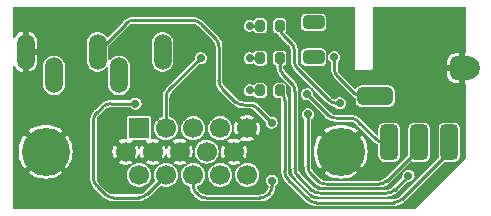
<source format=gbr>
G04 #@! TF.GenerationSoftware,KiCad,Pcbnew,(6.0.0-0)*
G04 #@! TF.CreationDate,2021-12-28T23:34:06-05:00*
G04 #@! TF.ProjectId,9DIN2VGA,3944494e-3256-4474-912e-6b696361645f,1*
G04 #@! TF.SameCoordinates,Original*
G04 #@! TF.FileFunction,Copper,L2,Bot*
G04 #@! TF.FilePolarity,Positive*
%FSLAX46Y46*%
G04 Gerber Fmt 4.6, Leading zero omitted, Abs format (unit mm)*
G04 Created by KiCad (PCBNEW (6.0.0-0)) date 2021-12-28 23:34:06*
%MOMM*%
%LPD*%
G01*
G04 APERTURE LIST*
G04 Aperture macros list*
%AMRoundRect*
0 Rectangle with rounded corners*
0 $1 Rounding radius*
0 $2 $3 $4 $5 $6 $7 $8 $9 X,Y pos of 4 corners*
0 Add a 4 corners polygon primitive as box body*
4,1,4,$2,$3,$4,$5,$6,$7,$8,$9,$2,$3,0*
0 Add four circle primitives for the rounded corners*
1,1,$1+$1,$2,$3*
1,1,$1+$1,$4,$5*
1,1,$1+$1,$6,$7*
1,1,$1+$1,$8,$9*
0 Add four rect primitives between the rounded corners*
20,1,$1+$1,$2,$3,$4,$5,0*
20,1,$1+$1,$4,$5,$6,$7,0*
20,1,$1+$1,$6,$7,$8,$9,0*
20,1,$1+$1,$8,$9,$2,$3,0*%
G04 Aperture macros list end*
G04 #@! TA.AperFunction,SMDPad,CuDef*
%ADD10RoundRect,0.375000X-0.375000X-1.125000X0.375000X-1.125000X0.375000X1.125000X-0.375000X1.125000X0*%
G04 #@! TD*
G04 #@! TA.AperFunction,SMDPad,CuDef*
%ADD11RoundRect,0.375000X1.125000X-0.375000X1.125000X0.375000X-1.125000X0.375000X-1.125000X-0.375000X0*%
G04 #@! TD*
G04 #@! TA.AperFunction,ComponentPad*
%ADD12C,2.000000*%
G04 #@! TD*
G04 #@! TA.AperFunction,ComponentPad*
%ADD13RoundRect,0.500000X-0.500000X-0.500000X0.500000X-0.500000X0.500000X0.500000X-0.500000X0.500000X0*%
G04 #@! TD*
G04 #@! TA.AperFunction,ComponentPad*
%ADD14O,1.508000X3.016000*%
G04 #@! TD*
G04 #@! TA.AperFunction,ComponentPad*
%ADD15R,1.700000X1.700000*%
G04 #@! TD*
G04 #@! TA.AperFunction,ComponentPad*
%ADD16C,1.700000*%
G04 #@! TD*
G04 #@! TA.AperFunction,ComponentPad*
%ADD17C,4.066000*%
G04 #@! TD*
G04 #@! TA.AperFunction,SMDPad,CuDef*
%ADD18RoundRect,0.200000X0.200000X0.275000X-0.200000X0.275000X-0.200000X-0.275000X0.200000X-0.275000X0*%
G04 #@! TD*
G04 #@! TA.AperFunction,SMDPad,CuDef*
%ADD19RoundRect,0.249999X0.650001X-0.325001X0.650001X0.325001X-0.650001X0.325001X-0.650001X-0.325001X0*%
G04 #@! TD*
G04 #@! TA.AperFunction,ViaPad*
%ADD20C,0.700000*%
G04 #@! TD*
G04 #@! TA.AperFunction,Conductor*
%ADD21C,0.250000*%
G04 #@! TD*
G04 APERTURE END LIST*
D10*
X152581804Y-100713357D03*
X150031804Y-100713357D03*
X147499247Y-100713540D03*
D11*
X146312804Y-96813357D03*
D12*
X154141804Y-94443357D03*
D13*
X153641804Y-94443357D03*
D14*
X116710000Y-93060000D03*
X119110000Y-95060000D03*
X124610000Y-95060000D03*
X128310000Y-93060000D03*
X122810000Y-93060000D03*
D15*
X126315000Y-99530000D03*
D16*
X128605000Y-99530000D03*
X130895000Y-99530000D03*
X133185000Y-99530000D03*
X135475000Y-99530000D03*
X125170000Y-101510000D03*
X127460000Y-101510000D03*
X129750000Y-101510000D03*
X132040000Y-101510000D03*
X134330000Y-101510000D03*
X126315000Y-103490000D03*
X128605000Y-103490000D03*
X130895000Y-103490000D03*
X133185000Y-103490000D03*
X135475000Y-103490000D03*
D17*
X143390000Y-101510000D03*
X118400000Y-101510000D03*
D18*
X138220000Y-90860000D03*
X136570000Y-90860000D03*
X138230000Y-93590000D03*
X136580000Y-93590000D03*
X138220000Y-96330000D03*
X136570000Y-96330000D03*
D19*
X141110000Y-93510000D03*
X141110000Y-90560000D03*
D20*
X135680000Y-90860000D03*
X131540000Y-93590000D03*
X135680000Y-93590000D03*
X135680000Y-96330000D03*
X126009999Y-97450000D03*
X137540000Y-99049996D03*
X143320000Y-97430000D03*
X149130002Y-103560000D03*
X140609998Y-98350000D03*
X137580000Y-103970000D03*
X141190000Y-93520000D03*
X141120000Y-90570000D03*
X140540000Y-96640000D03*
X142850000Y-93520000D03*
D21*
X135680000Y-90860000D02*
X136570000Y-90860000D01*
X131540000Y-93590000D02*
X128892893Y-96237107D01*
X128600000Y-96944214D02*
X128600000Y-99530000D01*
X128600001Y-96944214D02*
G75*
G02*
X128892894Y-96237108I999993J3D01*
G01*
X135680000Y-93590000D02*
X136570000Y-93590000D01*
X135680000Y-96330000D02*
X136560000Y-96330000D01*
X123914214Y-97450000D02*
X126009999Y-97450000D01*
X122450000Y-103715786D02*
X122450000Y-98914214D01*
X128610000Y-103490000D02*
X126982893Y-105117107D01*
X123437107Y-105117107D02*
X122742893Y-104422893D01*
X126275786Y-105410000D02*
X124144214Y-105410000D01*
X122742893Y-98207107D02*
X123207107Y-97742893D01*
X123437107Y-105117107D02*
G75*
G03*
X124144214Y-105410000I707106J707106D01*
G01*
X122450001Y-103715786D02*
G75*
G03*
X122742894Y-104422892I999993J-3D01*
G01*
X126275786Y-105409999D02*
G75*
G03*
X126982892Y-105117106I3J999993D01*
G01*
X123207107Y-97742893D02*
G75*
G02*
X123914214Y-97450000I707106J-707106D01*
G01*
X122742893Y-98207107D02*
G75*
G03*
X122450000Y-98914214I707106J-707106D01*
G01*
X131552893Y-90682893D02*
X132787107Y-91917107D01*
X133372893Y-96172893D02*
X134467107Y-97267107D01*
X122810000Y-93060000D02*
X125187107Y-90682893D01*
X136342897Y-97852893D02*
X137540000Y-99049996D01*
X133080000Y-92624214D02*
X133080000Y-95465786D01*
X135174214Y-97560000D02*
X135635790Y-97560000D01*
X125894214Y-90390000D02*
X130845786Y-90390000D01*
X133079999Y-92624214D02*
G75*
G03*
X132787106Y-91917108I-999993J3D01*
G01*
X135635790Y-97560001D02*
G75*
G02*
X136342896Y-97852894I3J-999993D01*
G01*
X125894214Y-90390001D02*
G75*
G03*
X125187108Y-90682894I-3J-999993D01*
G01*
X130845786Y-90390001D02*
G75*
G02*
X131552892Y-90682894I3J-999993D01*
G01*
X133372893Y-96172893D02*
G75*
G02*
X133080000Y-95465786I707106J707106D01*
G01*
X135174214Y-97559999D02*
G75*
G02*
X134467108Y-97267106I-3J999993D01*
G01*
X138220000Y-90925786D02*
X138220000Y-90860000D01*
X139470000Y-93805786D02*
X139470000Y-93004214D01*
X142387107Y-97137107D02*
X139762893Y-94512893D01*
X143320000Y-97430000D02*
X143094214Y-97430000D01*
X139177107Y-92297107D02*
X138512893Y-91632893D01*
X138220001Y-90925786D02*
G75*
G03*
X138512894Y-91632892I999993J-3D01*
G01*
X139762893Y-94512893D02*
G75*
G02*
X139470000Y-93805786I707106J707106D01*
G01*
X139177107Y-92297107D02*
G75*
G02*
X139470000Y-93004214I-707106J-707106D01*
G01*
X142387107Y-97137107D02*
G75*
G03*
X143094214Y-97430000I707106J707106D01*
G01*
X138230000Y-94275786D02*
X138230000Y-93680000D01*
X147952895Y-104737107D02*
X149130002Y-103560000D01*
X141624214Y-105030000D02*
X147245788Y-105030000D01*
X139792893Y-103612893D02*
X140917107Y-104737107D01*
X138522893Y-94982893D02*
X139207107Y-95667107D01*
X139500000Y-96374214D02*
X139500000Y-102905786D01*
X139207107Y-95667107D02*
G75*
G02*
X139500000Y-96374214I-707106J-707106D01*
G01*
X141624214Y-105029999D02*
G75*
G02*
X140917108Y-104737106I-3J999993D01*
G01*
X138230001Y-94275786D02*
G75*
G03*
X138522894Y-94982892I999993J-3D01*
G01*
X147245788Y-105029999D02*
G75*
G03*
X147952894Y-104737106I3J999993D01*
G01*
X139792893Y-103612893D02*
G75*
G02*
X139500000Y-102905786I707106J707106D01*
G01*
X147869988Y-105820000D02*
X141304214Y-105820000D01*
X138650000Y-103165786D02*
X138650000Y-97174214D01*
X138357107Y-96467107D02*
X138220000Y-96330000D01*
X152560000Y-100720000D02*
X152560000Y-101129988D01*
X140597107Y-105527107D02*
X138942893Y-103872893D01*
X152267107Y-101837095D02*
X148577095Y-105527107D01*
X147869988Y-105819999D02*
G75*
G03*
X148577094Y-105527106I3J999993D01*
G01*
X140597107Y-105527107D02*
G75*
G03*
X141304214Y-105820000I707104J707101D01*
G01*
X138650001Y-103165786D02*
G75*
G03*
X138942894Y-103872892I999993J-3D01*
G01*
X138649999Y-97174214D02*
G75*
G03*
X138357106Y-96467108I-999993J3D01*
G01*
X152267107Y-101837095D02*
G75*
G03*
X152560000Y-101129988I-707101J707104D01*
G01*
X149738911Y-101531089D02*
X147302893Y-103967107D01*
X150031804Y-100713357D02*
X150031804Y-100823982D01*
X140609998Y-102735784D02*
X140609998Y-98350000D01*
X141427107Y-103967107D02*
X140902891Y-103442891D01*
X146595786Y-104260000D02*
X142134214Y-104260000D01*
X147302893Y-103967107D02*
G75*
G02*
X146595786Y-104260000I-707106J707106D01*
G01*
X141427107Y-103967107D02*
G75*
G03*
X142134214Y-104260000I707106J707106D01*
G01*
X149738911Y-101531089D02*
G75*
G03*
X150031804Y-100823982I-707106J707106D01*
G01*
X140609999Y-102735784D02*
G75*
G03*
X140902892Y-103442890I999993J-3D01*
G01*
X137252893Y-105137107D02*
X137287107Y-105102893D01*
X131187893Y-105037893D02*
X131287107Y-105137107D01*
X131994214Y-105430000D02*
X136545786Y-105430000D01*
X130895000Y-103490000D02*
X130895000Y-104330786D01*
X137580000Y-104395786D02*
X137580000Y-103970000D01*
X131187893Y-105037893D02*
G75*
G02*
X130895000Y-104330786I707106J707106D01*
G01*
X137287107Y-105102893D02*
G75*
G03*
X137580000Y-104395786I-707106J707106D01*
G01*
X131287107Y-105137107D02*
G75*
G03*
X131994214Y-105430000I707106J707106D01*
G01*
X137252893Y-105137107D02*
G75*
G02*
X136545786Y-105430000I-707106J707106D01*
G01*
X147499247Y-100713540D02*
X147047754Y-100713540D01*
X142287107Y-98387107D02*
X140540000Y-96640000D01*
X144185786Y-98680000D02*
X142994214Y-98680000D01*
X146340647Y-100420647D02*
X144892893Y-98972893D01*
X144892893Y-98972893D02*
G75*
G03*
X144185786Y-98680000I-707106J-707106D01*
G01*
X146340647Y-100420647D02*
G75*
G03*
X147047754Y-100713540I707106J707106D01*
G01*
X142287107Y-98387107D02*
G75*
G03*
X142994214Y-98680000I707106J707106D01*
G01*
X142850000Y-93520000D02*
X142850000Y-94465786D01*
X145194214Y-96810000D02*
X146310000Y-96810000D01*
X143142893Y-95172893D02*
X144487107Y-96517107D01*
X145194214Y-96809999D02*
G75*
G02*
X144487108Y-96517106I-3J999993D01*
G01*
X143142893Y-95172893D02*
G75*
G02*
X142850000Y-94465786I707106J707106D01*
G01*
G04 #@! TA.AperFunction,Conductor*
G36*
X144571780Y-89258482D02*
G01*
X144598800Y-89305282D01*
X144600000Y-89319000D01*
X144600000Y-94404954D01*
X144599601Y-94411298D01*
X144596511Y-94419347D01*
X144599476Y-94444970D01*
X144600000Y-94454051D01*
X144600000Y-94459494D01*
X144601137Y-94464123D01*
X144601211Y-94464736D01*
X144602757Y-94473331D01*
X144602998Y-94475410D01*
X144605547Y-94497440D01*
X144610737Y-94505077D01*
X144611110Y-94506289D01*
X144611761Y-94507377D01*
X144613964Y-94516346D01*
X144620286Y-94523516D01*
X144620286Y-94523517D01*
X144630019Y-94534556D01*
X144636092Y-94542385D01*
X144649735Y-94562461D01*
X144657873Y-94566824D01*
X144658766Y-94567727D01*
X144659846Y-94568389D01*
X144665953Y-94575316D01*
X144688626Y-94584020D01*
X144697628Y-94588142D01*
X144712619Y-94596180D01*
X144712621Y-94596181D01*
X144719019Y-94599611D01*
X144722098Y-94600000D01*
X144724954Y-94600000D01*
X144731298Y-94600399D01*
X144739347Y-94603489D01*
X144764973Y-94600524D01*
X144774051Y-94600000D01*
X145924954Y-94600000D01*
X145931298Y-94600399D01*
X145939347Y-94603489D01*
X145964973Y-94600524D01*
X145974051Y-94600000D01*
X145979494Y-94600000D01*
X145984123Y-94598863D01*
X145984736Y-94598789D01*
X145993331Y-94597243D01*
X146007944Y-94595552D01*
X146007945Y-94595552D01*
X146017440Y-94594453D01*
X146025077Y-94589263D01*
X146026289Y-94588890D01*
X146027377Y-94588239D01*
X146036346Y-94586036D01*
X146044622Y-94578740D01*
X146054556Y-94569981D01*
X146062385Y-94563908D01*
X146082461Y-94550265D01*
X146086824Y-94542127D01*
X146087727Y-94541234D01*
X146088389Y-94540154D01*
X146095316Y-94534047D01*
X146104020Y-94511374D01*
X146108142Y-94502372D01*
X146116180Y-94487381D01*
X146116181Y-94487379D01*
X146119611Y-94480981D01*
X146120000Y-94477902D01*
X146120000Y-94475046D01*
X146120399Y-94468702D01*
X146123489Y-94460653D01*
X146120524Y-94435027D01*
X146120000Y-94425949D01*
X146120000Y-94179427D01*
X152391804Y-94179427D01*
X152395688Y-94190098D01*
X152401332Y-94193357D01*
X153377874Y-94193357D01*
X153388545Y-94189473D01*
X153391804Y-94183829D01*
X153391804Y-93207288D01*
X153387920Y-93196617D01*
X153382276Y-93193358D01*
X153094006Y-93193358D01*
X153089942Y-93193568D01*
X152991693Y-93203761D01*
X152983282Y-93205578D01*
X152825845Y-93258103D01*
X152817584Y-93261973D01*
X152676676Y-93349169D01*
X152669528Y-93354834D01*
X152552454Y-93472114D01*
X152546810Y-93479260D01*
X152459855Y-93620326D01*
X152456001Y-93628592D01*
X152403745Y-93786136D01*
X152401947Y-93794522D01*
X152392008Y-93891527D01*
X152391804Y-93895531D01*
X152391804Y-94179427D01*
X146120000Y-94179427D01*
X146120000Y-89319000D01*
X146138482Y-89268220D01*
X146185282Y-89241200D01*
X146199000Y-89240000D01*
X153891000Y-89240000D01*
X153941780Y-89258482D01*
X153968800Y-89305282D01*
X153970000Y-89319000D01*
X153970000Y-93114650D01*
X153951518Y-93165430D01*
X153918019Y-93188886D01*
X153895063Y-93197241D01*
X153891804Y-93202885D01*
X153891804Y-95679426D01*
X153895688Y-95690097D01*
X153917586Y-95702740D01*
X153917571Y-95702766D01*
X153946862Y-95716425D01*
X153969699Y-95765402D01*
X153970000Y-95772286D01*
X153970000Y-102091003D01*
X153951518Y-102141783D01*
X153946861Y-102146864D01*
X149716865Y-106376861D01*
X149667889Y-106399699D01*
X149661004Y-106400000D01*
X115739000Y-106400000D01*
X115688220Y-106381518D01*
X115661200Y-106334718D01*
X115660000Y-106321000D01*
X115660000Y-103293422D01*
X116975626Y-103293422D01*
X116977022Y-103298633D01*
X117005270Y-103323406D01*
X117009368Y-103326551D01*
X117253898Y-103489941D01*
X117258370Y-103492523D01*
X117522136Y-103622597D01*
X117526915Y-103624577D01*
X117805388Y-103719106D01*
X117810394Y-103720447D01*
X118098832Y-103777821D01*
X118103949Y-103778495D01*
X118397422Y-103797730D01*
X118402578Y-103797730D01*
X118696051Y-103778495D01*
X118701168Y-103777821D01*
X118989606Y-103720447D01*
X118994612Y-103719106D01*
X119004395Y-103715785D01*
X122160096Y-103715785D01*
X122160873Y-103720190D01*
X122161297Y-103725578D01*
X122161297Y-103725582D01*
X122164172Y-103762114D01*
X122176401Y-103917504D01*
X122223637Y-104114255D01*
X122301070Y-104301195D01*
X122406793Y-104473720D01*
X122408810Y-104476082D01*
X122408811Y-104476083D01*
X122531001Y-104619149D01*
X122535335Y-104624224D01*
X122537900Y-104627887D01*
X122543563Y-104631852D01*
X122553017Y-104638472D01*
X122563566Y-104647324D01*
X123212679Y-105296437D01*
X123221528Y-105306981D01*
X123232114Y-105322100D01*
X123235765Y-105324656D01*
X123239904Y-105328191D01*
X123239905Y-105328192D01*
X123256446Y-105342319D01*
X123386279Y-105453208D01*
X123558805Y-105558931D01*
X123745744Y-105636364D01*
X123748761Y-105637088D01*
X123748763Y-105637089D01*
X123824097Y-105655175D01*
X123942496Y-105683600D01*
X124078687Y-105694318D01*
X124134405Y-105698703D01*
X124134407Y-105698703D01*
X124139820Y-105699129D01*
X124144214Y-105699904D01*
X124151020Y-105698704D01*
X124151021Y-105698704D01*
X124162385Y-105696700D01*
X124176103Y-105695500D01*
X126243896Y-105695500D01*
X126257614Y-105696700D01*
X126268978Y-105698704D01*
X126268979Y-105698704D01*
X126275785Y-105699904D01*
X126280190Y-105699127D01*
X126285578Y-105698703D01*
X126285582Y-105698703D01*
X126377218Y-105691491D01*
X126477504Y-105683599D01*
X126595898Y-105655175D01*
X126671236Y-105637088D01*
X126671238Y-105637087D01*
X126674255Y-105636363D01*
X126861195Y-105558930D01*
X127033720Y-105453207D01*
X127036083Y-105451189D01*
X127180117Y-105328173D01*
X127180119Y-105328171D01*
X127184224Y-105324665D01*
X127187887Y-105322100D01*
X127198064Y-105307565D01*
X127198472Y-105306983D01*
X127207324Y-105296434D01*
X128082345Y-104421413D01*
X128131321Y-104398575D01*
X128176746Y-104408313D01*
X128198490Y-104420465D01*
X128202152Y-104421655D01*
X128202157Y-104421657D01*
X128307964Y-104456035D01*
X128386960Y-104481702D01*
X128390797Y-104482160D01*
X128390799Y-104482160D01*
X128579892Y-104504708D01*
X128579895Y-104504708D01*
X128583735Y-104505166D01*
X128781320Y-104489963D01*
X128791614Y-104487089D01*
X128902836Y-104456035D01*
X128972190Y-104436671D01*
X129103986Y-104370096D01*
X129145619Y-104349066D01*
X129145621Y-104349065D01*
X129149073Y-104347321D01*
X129257540Y-104262577D01*
X129302190Y-104227693D01*
X129302192Y-104227691D01*
X129305232Y-104225316D01*
X129333707Y-104192327D01*
X129432196Y-104078228D01*
X129432200Y-104078223D01*
X129434720Y-104075303D01*
X129436626Y-104071947D01*
X129436630Y-104071942D01*
X129519489Y-103926083D01*
X129532604Y-103902996D01*
X129544503Y-103867226D01*
X129593935Y-103718630D01*
X129593936Y-103718625D01*
X129595156Y-103714958D01*
X129595912Y-103708978D01*
X129607191Y-103619691D01*
X129619993Y-103518351D01*
X129620389Y-103490000D01*
X129618999Y-103475823D01*
X129879710Y-103475823D01*
X129881926Y-103502209D01*
X129894352Y-103650188D01*
X129896292Y-103673297D01*
X129913070Y-103731809D01*
X129949184Y-103857752D01*
X129950915Y-103863790D01*
X130041498Y-104040045D01*
X130164590Y-104195348D01*
X130315504Y-104323786D01*
X130318878Y-104325672D01*
X130318880Y-104325673D01*
X130419749Y-104382047D01*
X130488490Y-104420465D01*
X130565638Y-104445532D01*
X130608220Y-104478800D01*
X130619980Y-104514464D01*
X130621400Y-104532504D01*
X130668636Y-104729256D01*
X130746069Y-104916195D01*
X130851792Y-105088721D01*
X130853805Y-105091077D01*
X130853805Y-105091078D01*
X130871275Y-105111533D01*
X130980344Y-105239235D01*
X130982900Y-105242886D01*
X130998019Y-105253472D01*
X131008563Y-105262321D01*
X131062679Y-105316437D01*
X131071528Y-105326981D01*
X131082114Y-105342100D01*
X131085765Y-105344656D01*
X131089904Y-105348191D01*
X131089905Y-105348192D01*
X131167057Y-105414086D01*
X131236279Y-105473208D01*
X131408805Y-105578931D01*
X131595744Y-105656364D01*
X131598761Y-105657088D01*
X131598763Y-105657089D01*
X131678450Y-105676220D01*
X131792496Y-105703600D01*
X131928687Y-105714318D01*
X131984405Y-105718703D01*
X131984407Y-105718703D01*
X131989820Y-105719129D01*
X131994214Y-105719904D01*
X132001020Y-105718704D01*
X132001021Y-105718704D01*
X132012385Y-105716700D01*
X132026103Y-105715500D01*
X136513897Y-105715500D01*
X136527615Y-105716700D01*
X136538979Y-105718704D01*
X136538980Y-105718704D01*
X136545786Y-105719904D01*
X136550180Y-105719129D01*
X136555593Y-105718703D01*
X136555595Y-105718703D01*
X136611313Y-105714318D01*
X136747504Y-105703600D01*
X136861550Y-105676220D01*
X136941237Y-105657089D01*
X136941239Y-105657088D01*
X136944256Y-105656364D01*
X137131195Y-105578931D01*
X137303721Y-105473208D01*
X137372944Y-105414086D01*
X137450095Y-105348192D01*
X137450096Y-105348191D01*
X137454235Y-105344656D01*
X137457886Y-105342100D01*
X137461850Y-105336439D01*
X137461852Y-105336437D01*
X137463988Y-105333386D01*
X137483386Y-105313988D01*
X137486437Y-105311852D01*
X137486439Y-105311850D01*
X137492100Y-105307886D01*
X137494656Y-105304235D01*
X137623208Y-105153721D01*
X137728931Y-104981195D01*
X137806364Y-104794256D01*
X137818598Y-104743300D01*
X137845354Y-104631852D01*
X137853600Y-104597504D01*
X137866686Y-104431221D01*
X137889095Y-104382047D01*
X137904107Y-104370096D01*
X137904649Y-104369763D01*
X137904650Y-104369762D01*
X137909445Y-104366818D01*
X137913218Y-104362650D01*
X137913220Y-104362648D01*
X138003799Y-104262577D01*
X138003800Y-104262576D01*
X138007576Y-104258404D01*
X138071335Y-104126805D01*
X138072690Y-104118755D01*
X138095090Y-103985610D01*
X138095090Y-103985607D01*
X138095596Y-103982601D01*
X138095750Y-103970000D01*
X138081032Y-103867226D01*
X138075818Y-103830816D01*
X138075817Y-103830814D01*
X138075020Y-103825246D01*
X138069959Y-103814114D01*
X138016827Y-103697257D01*
X138016826Y-103697255D01*
X138014495Y-103692129D01*
X138010820Y-103687864D01*
X138010818Y-103687861D01*
X137922716Y-103585615D01*
X137919041Y-103581350D01*
X137867798Y-103548136D01*
X137801054Y-103504874D01*
X137801051Y-103504872D01*
X137796332Y-103501814D01*
X137709425Y-103475823D01*
X137661621Y-103461526D01*
X137661619Y-103461526D01*
X137656233Y-103459915D01*
X137583711Y-103459472D01*
X137515630Y-103459056D01*
X137515628Y-103459056D01*
X137510005Y-103459022D01*
X137369404Y-103499206D01*
X137364645Y-103502209D01*
X137253080Y-103572601D01*
X137245732Y-103577237D01*
X137242011Y-103581450D01*
X137242010Y-103581451D01*
X137157618Y-103677006D01*
X137148932Y-103686841D01*
X137086786Y-103819209D01*
X137064288Y-103963699D01*
X137068522Y-103996073D01*
X137081123Y-104092435D01*
X137083249Y-104108695D01*
X137142143Y-104242542D01*
X137236236Y-104354479D01*
X137240922Y-104357598D01*
X137240924Y-104357600D01*
X137255239Y-104367129D01*
X137287268Y-104410653D01*
X137290083Y-104440635D01*
X137281533Y-104527440D01*
X137278511Y-104542628D01*
X137242372Y-104661763D01*
X137236446Y-104676071D01*
X137177752Y-104785880D01*
X137169149Y-104798756D01*
X137153974Y-104817247D01*
X137102318Y-104880189D01*
X137091504Y-104890208D01*
X137087777Y-104893935D01*
X137082114Y-104897900D01*
X137078150Y-104903561D01*
X137078149Y-104903562D01*
X137076012Y-104906614D01*
X137056614Y-104926012D01*
X137047900Y-104932114D01*
X137043935Y-104937777D01*
X137040208Y-104941504D01*
X137030189Y-104952318D01*
X136948757Y-105019148D01*
X136935880Y-105027752D01*
X136826071Y-105086446D01*
X136811763Y-105092372D01*
X136692628Y-105128511D01*
X136677439Y-105131533D01*
X136572599Y-105141859D01*
X136557850Y-105141296D01*
X136552591Y-105141296D01*
X136545786Y-105140096D01*
X136538980Y-105141296D01*
X136527615Y-105143300D01*
X136513897Y-105144500D01*
X132026103Y-105144500D01*
X132012385Y-105143300D01*
X132001020Y-105141296D01*
X131994214Y-105140096D01*
X131987409Y-105141296D01*
X131982150Y-105141296D01*
X131967401Y-105141859D01*
X131862561Y-105131533D01*
X131847372Y-105128511D01*
X131728237Y-105092372D01*
X131713929Y-105086446D01*
X131604120Y-105027752D01*
X131591243Y-105019148D01*
X131509811Y-104952318D01*
X131499780Y-104941491D01*
X131496063Y-104937774D01*
X131492100Y-104932114D01*
X131476986Y-104921532D01*
X131466438Y-104912680D01*
X131412321Y-104858563D01*
X131403468Y-104848013D01*
X131396851Y-104838562D01*
X131396850Y-104838561D01*
X131392886Y-104832900D01*
X131387223Y-104828935D01*
X131383496Y-104825208D01*
X131372682Y-104815189D01*
X131305852Y-104733757D01*
X131297248Y-104720880D01*
X131238554Y-104611071D01*
X131232628Y-104596763D01*
X131213443Y-104533518D01*
X131216389Y-104479559D01*
X131253330Y-104440118D01*
X131259167Y-104437515D01*
X131262190Y-104436671D01*
X131265639Y-104434929D01*
X131435619Y-104349066D01*
X131435621Y-104349065D01*
X131439073Y-104347321D01*
X131547540Y-104262577D01*
X131592190Y-104227693D01*
X131592192Y-104227691D01*
X131595232Y-104225316D01*
X131623707Y-104192327D01*
X131722196Y-104078228D01*
X131722200Y-104078223D01*
X131724720Y-104075303D01*
X131726626Y-104071947D01*
X131726630Y-104071942D01*
X131809489Y-103926083D01*
X131822604Y-103902996D01*
X131834503Y-103867226D01*
X131883935Y-103718630D01*
X131883936Y-103718625D01*
X131885156Y-103714958D01*
X131885912Y-103708978D01*
X131897191Y-103619691D01*
X131909993Y-103518351D01*
X131910389Y-103490000D01*
X131908999Y-103475823D01*
X132169710Y-103475823D01*
X132171926Y-103502209D01*
X132184352Y-103650188D01*
X132186292Y-103673297D01*
X132203070Y-103731809D01*
X132239184Y-103857752D01*
X132240915Y-103863790D01*
X132331498Y-104040045D01*
X132454590Y-104195348D01*
X132605504Y-104323786D01*
X132608878Y-104325672D01*
X132608880Y-104325673D01*
X132660422Y-104354479D01*
X132778490Y-104420465D01*
X132782152Y-104421655D01*
X132782157Y-104421657D01*
X132887964Y-104456035D01*
X132966960Y-104481702D01*
X132970797Y-104482160D01*
X132970799Y-104482160D01*
X133159892Y-104504708D01*
X133159895Y-104504708D01*
X133163735Y-104505166D01*
X133361320Y-104489963D01*
X133371614Y-104487089D01*
X133482836Y-104456035D01*
X133552190Y-104436671D01*
X133683986Y-104370096D01*
X133725619Y-104349066D01*
X133725621Y-104349065D01*
X133729073Y-104347321D01*
X133837540Y-104262577D01*
X133882190Y-104227693D01*
X133882192Y-104227691D01*
X133885232Y-104225316D01*
X133913707Y-104192327D01*
X134012196Y-104078228D01*
X134012200Y-104078223D01*
X134014720Y-104075303D01*
X134016626Y-104071947D01*
X134016630Y-104071942D01*
X134099489Y-103926083D01*
X134112604Y-103902996D01*
X134124503Y-103867226D01*
X134173935Y-103718630D01*
X134173936Y-103718625D01*
X134175156Y-103714958D01*
X134175912Y-103708978D01*
X134187191Y-103619691D01*
X134199993Y-103518351D01*
X134200389Y-103490000D01*
X134198999Y-103475823D01*
X134459710Y-103475823D01*
X134461926Y-103502209D01*
X134474352Y-103650188D01*
X134476292Y-103673297D01*
X134493070Y-103731809D01*
X134529184Y-103857752D01*
X134530915Y-103863790D01*
X134621498Y-104040045D01*
X134744590Y-104195348D01*
X134895504Y-104323786D01*
X134898878Y-104325672D01*
X134898880Y-104325673D01*
X134950422Y-104354479D01*
X135068490Y-104420465D01*
X135072152Y-104421655D01*
X135072157Y-104421657D01*
X135177964Y-104456035D01*
X135256960Y-104481702D01*
X135260797Y-104482160D01*
X135260799Y-104482160D01*
X135449892Y-104504708D01*
X135449895Y-104504708D01*
X135453735Y-104505166D01*
X135651320Y-104489963D01*
X135661614Y-104487089D01*
X135772836Y-104456035D01*
X135842190Y-104436671D01*
X135973986Y-104370096D01*
X136015619Y-104349066D01*
X136015621Y-104349065D01*
X136019073Y-104347321D01*
X136127540Y-104262577D01*
X136172190Y-104227693D01*
X136172192Y-104227691D01*
X136175232Y-104225316D01*
X136203707Y-104192327D01*
X136302196Y-104078228D01*
X136302200Y-104078223D01*
X136304720Y-104075303D01*
X136306626Y-104071947D01*
X136306630Y-104071942D01*
X136389489Y-103926083D01*
X136402604Y-103902996D01*
X136414503Y-103867226D01*
X136463935Y-103718630D01*
X136463936Y-103718625D01*
X136465156Y-103714958D01*
X136465912Y-103708978D01*
X136477191Y-103619691D01*
X136489993Y-103518351D01*
X136490389Y-103490000D01*
X136474363Y-103326551D01*
X136471428Y-103296621D01*
X136471428Y-103296620D01*
X136471051Y-103292777D01*
X136469385Y-103287257D01*
X136433466Y-103168289D01*
X136413774Y-103103065D01*
X136411963Y-103099660D01*
X136411961Y-103099654D01*
X136322551Y-102931500D01*
X136320739Y-102928092D01*
X136315617Y-102921811D01*
X136197930Y-102777514D01*
X136195490Y-102774522D01*
X136183415Y-102764532D01*
X136045773Y-102650665D01*
X136045772Y-102650664D01*
X136042798Y-102648204D01*
X136024979Y-102638569D01*
X135922252Y-102583025D01*
X135868479Y-102553950D01*
X135679172Y-102495350D01*
X135482089Y-102474636D01*
X135478243Y-102474986D01*
X135478242Y-102474986D01*
X135436036Y-102478827D01*
X135284735Y-102492596D01*
X135281028Y-102493687D01*
X135098338Y-102547456D01*
X135098335Y-102547457D01*
X135094629Y-102548548D01*
X134919010Y-102640359D01*
X134916003Y-102642777D01*
X134916001Y-102642778D01*
X134839988Y-102703894D01*
X134764570Y-102764532D01*
X134637189Y-102916339D01*
X134635327Y-102919727D01*
X134635325Y-102919729D01*
X134566359Y-103045178D01*
X134541720Y-103089996D01*
X134481800Y-103278889D01*
X134459710Y-103475823D01*
X134198999Y-103475823D01*
X134184363Y-103326551D01*
X134181428Y-103296621D01*
X134181428Y-103296620D01*
X134181051Y-103292777D01*
X134179385Y-103287257D01*
X134143466Y-103168289D01*
X134123774Y-103103065D01*
X134121963Y-103099660D01*
X134121961Y-103099654D01*
X134032551Y-102931500D01*
X134030739Y-102928092D01*
X134025617Y-102921811D01*
X133907930Y-102777514D01*
X133905490Y-102774522D01*
X133893415Y-102764532D01*
X133755773Y-102650665D01*
X133755772Y-102650664D01*
X133752798Y-102648204D01*
X133734979Y-102638569D01*
X133632252Y-102583025D01*
X133578479Y-102553950D01*
X133389172Y-102495350D01*
X133192089Y-102474636D01*
X133188243Y-102474986D01*
X133188242Y-102474986D01*
X133146036Y-102478827D01*
X132994735Y-102492596D01*
X132991028Y-102493687D01*
X132808338Y-102547456D01*
X132808335Y-102547457D01*
X132804629Y-102548548D01*
X132629010Y-102640359D01*
X132626003Y-102642777D01*
X132626001Y-102642778D01*
X132549988Y-102703894D01*
X132474570Y-102764532D01*
X132347189Y-102916339D01*
X132345327Y-102919727D01*
X132345325Y-102919729D01*
X132276359Y-103045178D01*
X132251720Y-103089996D01*
X132191800Y-103278889D01*
X132169710Y-103475823D01*
X131908999Y-103475823D01*
X131894363Y-103326551D01*
X131891428Y-103296621D01*
X131891428Y-103296620D01*
X131891051Y-103292777D01*
X131889385Y-103287257D01*
X131853466Y-103168289D01*
X131833774Y-103103065D01*
X131831963Y-103099660D01*
X131831961Y-103099654D01*
X131742551Y-102931500D01*
X131740739Y-102928092D01*
X131735617Y-102921811D01*
X131617930Y-102777514D01*
X131615490Y-102774522D01*
X131603415Y-102764532D01*
X131465773Y-102650665D01*
X131465772Y-102650664D01*
X131462798Y-102648204D01*
X131444979Y-102638569D01*
X131342252Y-102583025D01*
X131288479Y-102553950D01*
X131099172Y-102495350D01*
X130902089Y-102474636D01*
X130898243Y-102474986D01*
X130898242Y-102474986D01*
X130856036Y-102478827D01*
X130704735Y-102492596D01*
X130701028Y-102493687D01*
X130518338Y-102547456D01*
X130518335Y-102547457D01*
X130514629Y-102548548D01*
X130339010Y-102640359D01*
X130336003Y-102642777D01*
X130336001Y-102642778D01*
X130259988Y-102703894D01*
X130184570Y-102764532D01*
X130057189Y-102916339D01*
X130055327Y-102919727D01*
X130055325Y-102919729D01*
X129986359Y-103045178D01*
X129961720Y-103089996D01*
X129901800Y-103278889D01*
X129879710Y-103475823D01*
X129618999Y-103475823D01*
X129604363Y-103326551D01*
X129601428Y-103296621D01*
X129601428Y-103296620D01*
X129601051Y-103292777D01*
X129599385Y-103287257D01*
X129563466Y-103168289D01*
X129543774Y-103103065D01*
X129541963Y-103099660D01*
X129541961Y-103099654D01*
X129452551Y-102931500D01*
X129450739Y-102928092D01*
X129445617Y-102921811D01*
X129327930Y-102777514D01*
X129325490Y-102774522D01*
X129313415Y-102764532D01*
X129175773Y-102650665D01*
X129175772Y-102650664D01*
X129172798Y-102648204D01*
X129154979Y-102638569D01*
X129052252Y-102583025D01*
X128998479Y-102553950D01*
X128809172Y-102495350D01*
X128612089Y-102474636D01*
X128608243Y-102474986D01*
X128608242Y-102474986D01*
X128566036Y-102478827D01*
X128414735Y-102492596D01*
X128411028Y-102493687D01*
X128228338Y-102547456D01*
X128228335Y-102547457D01*
X128224629Y-102548548D01*
X128049010Y-102640359D01*
X128046003Y-102642777D01*
X128046001Y-102642778D01*
X127969988Y-102703894D01*
X127894570Y-102764532D01*
X127767189Y-102916339D01*
X127765327Y-102919727D01*
X127765325Y-102919729D01*
X127696359Y-103045178D01*
X127671720Y-103089996D01*
X127611800Y-103278889D01*
X127589710Y-103475823D01*
X127591926Y-103502209D01*
X127604352Y-103650188D01*
X127606292Y-103673297D01*
X127623070Y-103731809D01*
X127659184Y-103857752D01*
X127660915Y-103863790D01*
X127662677Y-103867219D01*
X127662680Y-103867226D01*
X127692814Y-103925858D01*
X127699588Y-103979471D01*
X127678412Y-104017831D01*
X127240207Y-104456035D01*
X126803568Y-104892674D01*
X126793020Y-104901526D01*
X126777899Y-104912114D01*
X126773933Y-104917778D01*
X126770206Y-104921505D01*
X126760188Y-104932319D01*
X126678755Y-104999149D01*
X126665878Y-105007753D01*
X126556073Y-105066445D01*
X126541765Y-105072371D01*
X126422627Y-105108510D01*
X126407439Y-105111532D01*
X126370891Y-105115132D01*
X126302593Y-105121859D01*
X126287876Y-105121296D01*
X126282593Y-105121296D01*
X126275787Y-105120096D01*
X126268981Y-105121296D01*
X126257616Y-105123300D01*
X126243898Y-105124500D01*
X124176103Y-105124500D01*
X124162385Y-105123300D01*
X124151020Y-105121296D01*
X124144214Y-105120096D01*
X124137409Y-105121296D01*
X124132150Y-105121296D01*
X124117401Y-105121859D01*
X124012561Y-105111533D01*
X123997372Y-105108511D01*
X123878237Y-105072372D01*
X123863929Y-105066446D01*
X123754120Y-105007752D01*
X123741243Y-104999148D01*
X123659811Y-104932318D01*
X123649780Y-104921491D01*
X123646063Y-104917774D01*
X123642100Y-104912114D01*
X123626979Y-104901526D01*
X123616437Y-104892679D01*
X122967326Y-104243568D01*
X122958474Y-104233020D01*
X122953079Y-104225316D01*
X122947886Y-104217899D01*
X122942222Y-104213933D01*
X122938495Y-104210206D01*
X122927681Y-104200188D01*
X122909630Y-104178192D01*
X122867457Y-104126805D01*
X122860851Y-104118755D01*
X122852247Y-104105878D01*
X122793555Y-103996073D01*
X122787629Y-103981765D01*
X122751490Y-103862627D01*
X122748468Y-103847439D01*
X122741611Y-103777821D01*
X122738141Y-103742593D01*
X122738704Y-103727876D01*
X122738704Y-103722593D01*
X122739904Y-103715787D01*
X122736700Y-103697614D01*
X122735500Y-103683898D01*
X122735500Y-103475823D01*
X125299710Y-103475823D01*
X125301926Y-103502209D01*
X125314352Y-103650188D01*
X125316292Y-103673297D01*
X125333070Y-103731809D01*
X125369184Y-103857752D01*
X125370915Y-103863790D01*
X125461498Y-104040045D01*
X125584590Y-104195348D01*
X125735504Y-104323786D01*
X125738878Y-104325672D01*
X125738880Y-104325673D01*
X125790422Y-104354479D01*
X125908490Y-104420465D01*
X125912152Y-104421655D01*
X125912157Y-104421657D01*
X126017964Y-104456035D01*
X126096960Y-104481702D01*
X126100797Y-104482160D01*
X126100799Y-104482160D01*
X126289892Y-104504708D01*
X126289895Y-104504708D01*
X126293735Y-104505166D01*
X126491320Y-104489963D01*
X126501614Y-104487089D01*
X126612836Y-104456035D01*
X126682190Y-104436671D01*
X126813986Y-104370096D01*
X126855619Y-104349066D01*
X126855621Y-104349065D01*
X126859073Y-104347321D01*
X126967540Y-104262577D01*
X127012190Y-104227693D01*
X127012192Y-104227691D01*
X127015232Y-104225316D01*
X127043707Y-104192327D01*
X127142196Y-104078228D01*
X127142200Y-104078223D01*
X127144720Y-104075303D01*
X127146626Y-104071947D01*
X127146630Y-104071942D01*
X127229489Y-103926083D01*
X127242604Y-103902996D01*
X127254503Y-103867226D01*
X127303935Y-103718630D01*
X127303936Y-103718625D01*
X127305156Y-103714958D01*
X127305912Y-103708978D01*
X127317191Y-103619691D01*
X127329993Y-103518351D01*
X127330389Y-103490000D01*
X127314363Y-103326551D01*
X127311428Y-103296621D01*
X127311428Y-103296620D01*
X127311051Y-103292777D01*
X127309385Y-103287257D01*
X127273466Y-103168289D01*
X127253774Y-103103065D01*
X127251963Y-103099660D01*
X127251961Y-103099654D01*
X127162551Y-102931500D01*
X127160739Y-102928092D01*
X127155617Y-102921811D01*
X127037930Y-102777514D01*
X127035490Y-102774522D01*
X127023415Y-102764532D01*
X126885773Y-102650665D01*
X126885772Y-102650664D01*
X126882798Y-102648204D01*
X126864979Y-102638569D01*
X126762252Y-102583025D01*
X126708479Y-102553950D01*
X126519172Y-102495350D01*
X126322089Y-102474636D01*
X126318243Y-102474986D01*
X126318242Y-102474986D01*
X126276036Y-102478827D01*
X126124735Y-102492596D01*
X126121028Y-102493687D01*
X125938338Y-102547456D01*
X125938335Y-102547457D01*
X125934629Y-102548548D01*
X125759010Y-102640359D01*
X125756003Y-102642777D01*
X125756001Y-102642778D01*
X125679988Y-102703894D01*
X125604570Y-102764532D01*
X125477189Y-102916339D01*
X125475327Y-102919727D01*
X125475325Y-102919729D01*
X125406359Y-103045178D01*
X125381720Y-103089996D01*
X125321800Y-103278889D01*
X125299710Y-103475823D01*
X122735500Y-103475823D01*
X122735500Y-102445169D01*
X124593878Y-102445169D01*
X124594823Y-102448698D01*
X124594934Y-102448807D01*
X124639863Y-102478827D01*
X124646204Y-102482270D01*
X124825297Y-102559214D01*
X124832161Y-102561444D01*
X125022274Y-102604463D01*
X125029425Y-102605404D01*
X125224191Y-102613057D01*
X125231408Y-102612678D01*
X125424304Y-102584710D01*
X125431321Y-102583025D01*
X125615896Y-102520371D01*
X125622488Y-102517436D01*
X125739432Y-102451944D01*
X125745270Y-102445169D01*
X126883878Y-102445169D01*
X126884823Y-102448698D01*
X126884934Y-102448807D01*
X126929863Y-102478827D01*
X126936204Y-102482270D01*
X127115297Y-102559214D01*
X127122161Y-102561444D01*
X127312274Y-102604463D01*
X127319425Y-102605404D01*
X127514191Y-102613057D01*
X127521408Y-102612678D01*
X127714304Y-102584710D01*
X127721321Y-102583025D01*
X127905896Y-102520371D01*
X127912488Y-102517436D01*
X128029432Y-102451944D01*
X128035270Y-102445169D01*
X129173878Y-102445169D01*
X129174823Y-102448698D01*
X129174934Y-102448807D01*
X129219863Y-102478827D01*
X129226204Y-102482270D01*
X129405297Y-102559214D01*
X129412161Y-102561444D01*
X129602274Y-102604463D01*
X129609425Y-102605404D01*
X129804191Y-102613057D01*
X129811408Y-102612678D01*
X130004304Y-102584710D01*
X130011321Y-102583025D01*
X130195896Y-102520371D01*
X130202488Y-102517436D01*
X130319432Y-102451944D01*
X130326844Y-102443342D01*
X130326870Y-102441364D01*
X130325282Y-102438835D01*
X129759851Y-101873404D01*
X129749557Y-101868604D01*
X129743263Y-101870290D01*
X129178678Y-102434875D01*
X129173878Y-102445169D01*
X128035270Y-102445169D01*
X128036844Y-102443342D01*
X128036870Y-102441364D01*
X128035282Y-102438835D01*
X127469851Y-101873404D01*
X127459557Y-101868604D01*
X127453263Y-101870290D01*
X126888678Y-102434875D01*
X126883878Y-102445169D01*
X125745270Y-102445169D01*
X125746844Y-102443342D01*
X125746870Y-102441364D01*
X125745282Y-102438835D01*
X125179851Y-101873404D01*
X125169557Y-101868604D01*
X125163263Y-101870290D01*
X124598678Y-102434875D01*
X124593878Y-102445169D01*
X122735500Y-102445169D01*
X122735500Y-101484698D01*
X124065903Y-101484698D01*
X124078651Y-101679201D01*
X124079780Y-101686328D01*
X124127759Y-101875243D01*
X124130172Y-101882057D01*
X124211774Y-102059068D01*
X124215377Y-102065308D01*
X124226287Y-102080746D01*
X124235617Y-102087218D01*
X124239595Y-102086852D01*
X124806596Y-101519851D01*
X124810983Y-101510443D01*
X125528604Y-101510443D01*
X125530290Y-101516737D01*
X126095287Y-102081734D01*
X126105581Y-102086534D01*
X126107491Y-102086023D01*
X126109493Y-102083808D01*
X126177436Y-101962488D01*
X126180371Y-101955896D01*
X126242153Y-101773891D01*
X126275977Y-101731747D01*
X126328978Y-101721204D01*
X126376355Y-101747197D01*
X126393529Y-101779839D01*
X126417759Y-101875243D01*
X126420172Y-101882057D01*
X126501774Y-102059068D01*
X126505377Y-102065308D01*
X126516287Y-102080746D01*
X126525617Y-102087218D01*
X126529595Y-102086852D01*
X127096596Y-101519851D01*
X127100983Y-101510443D01*
X127818604Y-101510443D01*
X127820290Y-101516737D01*
X128385287Y-102081734D01*
X128395581Y-102086534D01*
X128397491Y-102086023D01*
X128399493Y-102083808D01*
X128467436Y-101962488D01*
X128470371Y-101955896D01*
X128532153Y-101773891D01*
X128565977Y-101731747D01*
X128618978Y-101721204D01*
X128666355Y-101747197D01*
X128683529Y-101779839D01*
X128707759Y-101875243D01*
X128710172Y-101882057D01*
X128791774Y-102059068D01*
X128795377Y-102065308D01*
X128806287Y-102080746D01*
X128815617Y-102087218D01*
X128819595Y-102086852D01*
X129386596Y-101519851D01*
X129390983Y-101510443D01*
X130108604Y-101510443D01*
X130110290Y-101516737D01*
X130675287Y-102081734D01*
X130685581Y-102086534D01*
X130687491Y-102086023D01*
X130689493Y-102083808D01*
X130757436Y-101962488D01*
X130760371Y-101955896D01*
X130823025Y-101771321D01*
X130824710Y-101764304D01*
X130852864Y-101570127D01*
X130853260Y-101565486D01*
X130854652Y-101512327D01*
X130854500Y-101507685D01*
X130853410Y-101495823D01*
X131024710Y-101495823D01*
X131041292Y-101693297D01*
X131053238Y-101734958D01*
X131094818Y-101879963D01*
X131095915Y-101883790D01*
X131186498Y-102060045D01*
X131309590Y-102215348D01*
X131460504Y-102343786D01*
X131463878Y-102345672D01*
X131463880Y-102345673D01*
X131514635Y-102374039D01*
X131633490Y-102440465D01*
X131637152Y-102441655D01*
X131637157Y-102441657D01*
X131739736Y-102474986D01*
X131821960Y-102501702D01*
X131825797Y-102502160D01*
X131825799Y-102502160D01*
X132014892Y-102524708D01*
X132014895Y-102524708D01*
X132018735Y-102525166D01*
X132216320Y-102509963D01*
X132407190Y-102456671D01*
X132429960Y-102445169D01*
X133753878Y-102445169D01*
X133754823Y-102448698D01*
X133754934Y-102448807D01*
X133799863Y-102478827D01*
X133806204Y-102482270D01*
X133985297Y-102559214D01*
X133992161Y-102561444D01*
X134182274Y-102604463D01*
X134189425Y-102605404D01*
X134384191Y-102613057D01*
X134391408Y-102612678D01*
X134584304Y-102584710D01*
X134591321Y-102583025D01*
X134775896Y-102520371D01*
X134782488Y-102517436D01*
X134899432Y-102451944D01*
X134906844Y-102443342D01*
X134906870Y-102441364D01*
X134905282Y-102438835D01*
X134339851Y-101873404D01*
X134329557Y-101868604D01*
X134323263Y-101870290D01*
X133758678Y-102434875D01*
X133753878Y-102445169D01*
X132429960Y-102445169D01*
X132501858Y-102408851D01*
X132580619Y-102369066D01*
X132580621Y-102369065D01*
X132584073Y-102367321D01*
X132740232Y-102245316D01*
X132825214Y-102146864D01*
X132867196Y-102098228D01*
X132867200Y-102098223D01*
X132869720Y-102095303D01*
X132871626Y-102091947D01*
X132871630Y-102091942D01*
X132965695Y-101926356D01*
X132967604Y-101922996D01*
X132968824Y-101919329D01*
X133028935Y-101738630D01*
X133028936Y-101738625D01*
X133030156Y-101734958D01*
X133054993Y-101538351D01*
X133055389Y-101510000D01*
X133052908Y-101484698D01*
X133225903Y-101484698D01*
X133238651Y-101679201D01*
X133239780Y-101686328D01*
X133287759Y-101875243D01*
X133290172Y-101882057D01*
X133371774Y-102059068D01*
X133375377Y-102065308D01*
X133386287Y-102080746D01*
X133395617Y-102087218D01*
X133399595Y-102086852D01*
X133966596Y-101519851D01*
X133970983Y-101510443D01*
X134688604Y-101510443D01*
X134690290Y-101516737D01*
X135255287Y-102081734D01*
X135265581Y-102086534D01*
X135267491Y-102086023D01*
X135269493Y-102083808D01*
X135337436Y-101962488D01*
X135340371Y-101955896D01*
X135403025Y-101771321D01*
X135404710Y-101764304D01*
X135432864Y-101570127D01*
X135433260Y-101565486D01*
X135434652Y-101512327D01*
X135434500Y-101507685D01*
X135416545Y-101312288D01*
X135415230Y-101305195D01*
X135362321Y-101117592D01*
X135359736Y-101110858D01*
X135273698Y-100936389D01*
X135265990Y-100931336D01*
X135261710Y-100931843D01*
X134693404Y-101500149D01*
X134688604Y-101510443D01*
X133970983Y-101510443D01*
X133971396Y-101509557D01*
X133969710Y-101503263D01*
X133403455Y-100937008D01*
X133393161Y-100932208D01*
X133391797Y-100932573D01*
X133389208Y-100935512D01*
X133311066Y-101084037D01*
X133308304Y-101090703D01*
X133250502Y-101276857D01*
X133249002Y-101283919D01*
X133226092Y-101477481D01*
X133225903Y-101484698D01*
X133052908Y-101484698D01*
X133036051Y-101312777D01*
X132978774Y-101123065D01*
X132976963Y-101119660D01*
X132976961Y-101119654D01*
X132887551Y-100951500D01*
X132885739Y-100948092D01*
X132878919Y-100939729D01*
X132762930Y-100797514D01*
X132760490Y-100794522D01*
X132748415Y-100784532D01*
X132610773Y-100670665D01*
X132610772Y-100670664D01*
X132607798Y-100668204D01*
X132589979Y-100658569D01*
X132533805Y-100628196D01*
X132439532Y-100577223D01*
X133753890Y-100577223D01*
X133753923Y-100579759D01*
X133755040Y-100581487D01*
X134320149Y-101146596D01*
X134330443Y-101151396D01*
X134336737Y-101149710D01*
X134900912Y-100585535D01*
X134909270Y-100567611D01*
X134947482Y-100529399D01*
X135001315Y-100524690D01*
X135012053Y-100528413D01*
X135130297Y-100579214D01*
X135137161Y-100581444D01*
X135327274Y-100624463D01*
X135334425Y-100625404D01*
X135529191Y-100633057D01*
X135536408Y-100632678D01*
X135729304Y-100604710D01*
X135736321Y-100603025D01*
X135920896Y-100540371D01*
X135927488Y-100537436D01*
X136044432Y-100471944D01*
X136051844Y-100463342D01*
X136051870Y-100461364D01*
X136050282Y-100458835D01*
X135484851Y-99893404D01*
X135474557Y-99888604D01*
X135468263Y-99890290D01*
X134903678Y-100454875D01*
X134896062Y-100471207D01*
X134857851Y-100509418D01*
X134804017Y-100514128D01*
X134795190Y-100511196D01*
X134647121Y-100452122D01*
X134640200Y-100450072D01*
X134449024Y-100412045D01*
X134441854Y-100411292D01*
X134246952Y-100408739D01*
X134239752Y-100409306D01*
X134047653Y-100442315D01*
X134040675Y-100444185D01*
X133857805Y-100511649D01*
X133851298Y-100514753D01*
X133761076Y-100568429D01*
X133753890Y-100577223D01*
X132439532Y-100577223D01*
X132433479Y-100573950D01*
X132244172Y-100515350D01*
X132047089Y-100494636D01*
X132043243Y-100494986D01*
X132043242Y-100494986D01*
X132035243Y-100495714D01*
X131849735Y-100512596D01*
X131846028Y-100513687D01*
X131663338Y-100567456D01*
X131663335Y-100567457D01*
X131659629Y-100568548D01*
X131656202Y-100570340D01*
X131656201Y-100570340D01*
X131644192Y-100576618D01*
X131484010Y-100660359D01*
X131481003Y-100662777D01*
X131481001Y-100662778D01*
X131471192Y-100670665D01*
X131329570Y-100784532D01*
X131318677Y-100797514D01*
X131205962Y-100931843D01*
X131202189Y-100936339D01*
X131200327Y-100939727D01*
X131200325Y-100939729D01*
X131193854Y-100951500D01*
X131106720Y-101109996D01*
X131046800Y-101298889D01*
X131024710Y-101495823D01*
X130853410Y-101495823D01*
X130836545Y-101312288D01*
X130835230Y-101305195D01*
X130782321Y-101117592D01*
X130779736Y-101110858D01*
X130693698Y-100936389D01*
X130685990Y-100931336D01*
X130681710Y-100931843D01*
X130113404Y-101500149D01*
X130108604Y-101510443D01*
X129390983Y-101510443D01*
X129391396Y-101509557D01*
X129389710Y-101503263D01*
X128823455Y-100937008D01*
X128813161Y-100932208D01*
X128811797Y-100932573D01*
X128809208Y-100935512D01*
X128731066Y-101084037D01*
X128728304Y-101090702D01*
X128679756Y-101247056D01*
X128647046Y-101290071D01*
X128594340Y-101301997D01*
X128546298Y-101277254D01*
X128528275Y-101245073D01*
X128492321Y-101117592D01*
X128489736Y-101110858D01*
X128403698Y-100936389D01*
X128395990Y-100931336D01*
X128391710Y-100931843D01*
X127823404Y-101500149D01*
X127818604Y-101510443D01*
X127100983Y-101510443D01*
X127101396Y-101509557D01*
X127099710Y-101503263D01*
X126533455Y-100937008D01*
X126523161Y-100932208D01*
X126521797Y-100932573D01*
X126519208Y-100935512D01*
X126441066Y-101084037D01*
X126438304Y-101090702D01*
X126389756Y-101247056D01*
X126357046Y-101290071D01*
X126304340Y-101301997D01*
X126256298Y-101277254D01*
X126238275Y-101245073D01*
X126202321Y-101117592D01*
X126199736Y-101110858D01*
X126113698Y-100936389D01*
X126105990Y-100931336D01*
X126101710Y-100931843D01*
X125533404Y-101500149D01*
X125528604Y-101510443D01*
X124810983Y-101510443D01*
X124811396Y-101509557D01*
X124809710Y-101503263D01*
X124243455Y-100937008D01*
X124233161Y-100932208D01*
X124231797Y-100932573D01*
X124229208Y-100935512D01*
X124151066Y-101084037D01*
X124148304Y-101090703D01*
X124090502Y-101276857D01*
X124089002Y-101283919D01*
X124066092Y-101477481D01*
X124065903Y-101484698D01*
X122735500Y-101484698D01*
X122735500Y-100577223D01*
X124593890Y-100577223D01*
X124593923Y-100579759D01*
X124595040Y-100581487D01*
X125160149Y-101146596D01*
X125170443Y-101151396D01*
X125176737Y-101149710D01*
X125750762Y-100575685D01*
X125750916Y-100575839D01*
X125778852Y-100547902D01*
X125812240Y-100540500D01*
X126815544Y-100540500D01*
X126866324Y-100558982D01*
X126881892Y-100576618D01*
X126885037Y-100581484D01*
X127450149Y-101146596D01*
X127460443Y-101151396D01*
X127466737Y-101149710D01*
X128030911Y-100585536D01*
X128034787Y-100577223D01*
X129173890Y-100577223D01*
X129173923Y-100579759D01*
X129175040Y-100581487D01*
X129740149Y-101146596D01*
X129750443Y-101151396D01*
X129756737Y-101149710D01*
X130320911Y-100585536D01*
X130325711Y-100575242D01*
X130324909Y-100572250D01*
X130324111Y-100571488D01*
X130254590Y-100527625D01*
X130248167Y-100524353D01*
X130067121Y-100452122D01*
X130060200Y-100450072D01*
X129869024Y-100412045D01*
X129861854Y-100411292D01*
X129666952Y-100408739D01*
X129659752Y-100409306D01*
X129467653Y-100442315D01*
X129460675Y-100444185D01*
X129277805Y-100511649D01*
X129271298Y-100514753D01*
X129181076Y-100568429D01*
X129173890Y-100577223D01*
X128034787Y-100577223D01*
X128035711Y-100575242D01*
X128034909Y-100572250D01*
X128034111Y-100571488D01*
X127964590Y-100527625D01*
X127958167Y-100524353D01*
X127777121Y-100452122D01*
X127770200Y-100450072D01*
X127579024Y-100412045D01*
X127571854Y-100411292D01*
X127403466Y-100409087D01*
X127352932Y-100389942D01*
X127326527Y-100342793D01*
X127325500Y-100330094D01*
X127325500Y-99515823D01*
X127589710Y-99515823D01*
X127606292Y-99713297D01*
X127660915Y-99903790D01*
X127751498Y-100080045D01*
X127874590Y-100235348D01*
X128025504Y-100363786D01*
X128198490Y-100460465D01*
X128202152Y-100461655D01*
X128202157Y-100461657D01*
X128304736Y-100494986D01*
X128386960Y-100521702D01*
X128390797Y-100522160D01*
X128390799Y-100522160D01*
X128579892Y-100544708D01*
X128579895Y-100544708D01*
X128583735Y-100545166D01*
X128781320Y-100529963D01*
X128786872Y-100528413D01*
X128854904Y-100509418D01*
X128972190Y-100476671D01*
X129100128Y-100412045D01*
X129145619Y-100389066D01*
X129145621Y-100389065D01*
X129149073Y-100387321D01*
X129305232Y-100265316D01*
X129360655Y-100201108D01*
X129432196Y-100118228D01*
X129432200Y-100118223D01*
X129434720Y-100115303D01*
X129436626Y-100111947D01*
X129436630Y-100111942D01*
X129530695Y-99946356D01*
X129532604Y-99942996D01*
X129533824Y-99939329D01*
X129593935Y-99758630D01*
X129593936Y-99758625D01*
X129595156Y-99754958D01*
X129599400Y-99721367D01*
X129602926Y-99693449D01*
X129619993Y-99558351D01*
X129620389Y-99530000D01*
X129618999Y-99515823D01*
X129879710Y-99515823D01*
X129896292Y-99713297D01*
X129950915Y-99903790D01*
X130041498Y-100080045D01*
X130164590Y-100235348D01*
X130315504Y-100363786D01*
X130488490Y-100460465D01*
X130492152Y-100461655D01*
X130492157Y-100461657D01*
X130594736Y-100494986D01*
X130676960Y-100521702D01*
X130680797Y-100522160D01*
X130680799Y-100522160D01*
X130869892Y-100544708D01*
X130869895Y-100544708D01*
X130873735Y-100545166D01*
X131071320Y-100529963D01*
X131076872Y-100528413D01*
X131144904Y-100509418D01*
X131262190Y-100476671D01*
X131390128Y-100412045D01*
X131435619Y-100389066D01*
X131435621Y-100389065D01*
X131439073Y-100387321D01*
X131595232Y-100265316D01*
X131650655Y-100201108D01*
X131722196Y-100118228D01*
X131722200Y-100118223D01*
X131724720Y-100115303D01*
X131726626Y-100111947D01*
X131726630Y-100111942D01*
X131820695Y-99946356D01*
X131822604Y-99942996D01*
X131823824Y-99939329D01*
X131883935Y-99758630D01*
X131883936Y-99758625D01*
X131885156Y-99754958D01*
X131889400Y-99721367D01*
X131892926Y-99693449D01*
X131909993Y-99558351D01*
X131910389Y-99530000D01*
X131908999Y-99515823D01*
X132169710Y-99515823D01*
X132186292Y-99713297D01*
X132240915Y-99903790D01*
X132331498Y-100080045D01*
X132454590Y-100235348D01*
X132605504Y-100363786D01*
X132778490Y-100460465D01*
X132782152Y-100461655D01*
X132782157Y-100461657D01*
X132884736Y-100494986D01*
X132966960Y-100521702D01*
X132970797Y-100522160D01*
X132970799Y-100522160D01*
X133159892Y-100544708D01*
X133159895Y-100544708D01*
X133163735Y-100545166D01*
X133361320Y-100529963D01*
X133366872Y-100528413D01*
X133434904Y-100509418D01*
X133552190Y-100476671D01*
X133680128Y-100412045D01*
X133725619Y-100389066D01*
X133725621Y-100389065D01*
X133729073Y-100387321D01*
X133885232Y-100265316D01*
X133940655Y-100201108D01*
X134012196Y-100118228D01*
X134012200Y-100118223D01*
X134014720Y-100115303D01*
X134016626Y-100111947D01*
X134016630Y-100111942D01*
X134110695Y-99946356D01*
X134112604Y-99942996D01*
X134113824Y-99939329D01*
X134173935Y-99758630D01*
X134173936Y-99758625D01*
X134175156Y-99754958D01*
X134179400Y-99721367D01*
X134182926Y-99693449D01*
X134199993Y-99558351D01*
X134200389Y-99530000D01*
X134197908Y-99504698D01*
X134370903Y-99504698D01*
X134383651Y-99699201D01*
X134384780Y-99706328D01*
X134432759Y-99895243D01*
X134435172Y-99902057D01*
X134516774Y-100079068D01*
X134520377Y-100085308D01*
X134531287Y-100100746D01*
X134540617Y-100107218D01*
X134544595Y-100106852D01*
X135111596Y-99539851D01*
X135115983Y-99530443D01*
X135833604Y-99530443D01*
X135835290Y-99536737D01*
X136400287Y-100101734D01*
X136410581Y-100106534D01*
X136412491Y-100106023D01*
X136414493Y-100103808D01*
X136482436Y-99982488D01*
X136485371Y-99975896D01*
X136548025Y-99791321D01*
X136549710Y-99784304D01*
X136577864Y-99590127D01*
X136578260Y-99585486D01*
X136579652Y-99532327D01*
X136579500Y-99527685D01*
X136561545Y-99332288D01*
X136560230Y-99325195D01*
X136507321Y-99137592D01*
X136504736Y-99130858D01*
X136418698Y-98956389D01*
X136410990Y-98951336D01*
X136406710Y-98951843D01*
X135838404Y-99520149D01*
X135833604Y-99530443D01*
X135115983Y-99530443D01*
X135116396Y-99529557D01*
X135114710Y-99523263D01*
X134548455Y-98957008D01*
X134538161Y-98952208D01*
X134536797Y-98952573D01*
X134534208Y-98955512D01*
X134456066Y-99104037D01*
X134453304Y-99110703D01*
X134395502Y-99296857D01*
X134394002Y-99303919D01*
X134371092Y-99497481D01*
X134370903Y-99504698D01*
X134197908Y-99504698D01*
X134181051Y-99332777D01*
X134123774Y-99143065D01*
X134121963Y-99139660D01*
X134121961Y-99139654D01*
X134032551Y-98971500D01*
X134030739Y-98968092D01*
X134023919Y-98959729D01*
X133950495Y-98869704D01*
X133905490Y-98814522D01*
X133893415Y-98804532D01*
X133755773Y-98690665D01*
X133755772Y-98690664D01*
X133752798Y-98688204D01*
X133734979Y-98678569D01*
X133697464Y-98658285D01*
X133584532Y-98597223D01*
X134898890Y-98597223D01*
X134898923Y-98599759D01*
X134900040Y-98601487D01*
X135465149Y-99166596D01*
X135475443Y-99171396D01*
X135481737Y-99169710D01*
X136045911Y-98605536D01*
X136050711Y-98595242D01*
X136049909Y-98592250D01*
X136049111Y-98591488D01*
X135979590Y-98547625D01*
X135973167Y-98544353D01*
X135792121Y-98472122D01*
X135785200Y-98470072D01*
X135594024Y-98432045D01*
X135586854Y-98431292D01*
X135391952Y-98428739D01*
X135384752Y-98429306D01*
X135192653Y-98462315D01*
X135185675Y-98464185D01*
X135002805Y-98531649D01*
X134996298Y-98534753D01*
X134906076Y-98588429D01*
X134898890Y-98597223D01*
X133584532Y-98597223D01*
X133578479Y-98593950D01*
X133389172Y-98535350D01*
X133192089Y-98514636D01*
X133188243Y-98514986D01*
X133188242Y-98514986D01*
X133163266Y-98517259D01*
X132994735Y-98532596D01*
X132991028Y-98533687D01*
X132808338Y-98587456D01*
X132808335Y-98587457D01*
X132804629Y-98588548D01*
X132801202Y-98590340D01*
X132801201Y-98590340D01*
X132790784Y-98595786D01*
X132629010Y-98680359D01*
X132626003Y-98682777D01*
X132626001Y-98682778D01*
X132573702Y-98724828D01*
X132474570Y-98804532D01*
X132405035Y-98887401D01*
X132350962Y-98951843D01*
X132347189Y-98956339D01*
X132345327Y-98959727D01*
X132345325Y-98959729D01*
X132288318Y-99063425D01*
X132251720Y-99129996D01*
X132191800Y-99318889D01*
X132169710Y-99515823D01*
X131908999Y-99515823D01*
X131891051Y-99332777D01*
X131833774Y-99143065D01*
X131831963Y-99139660D01*
X131831961Y-99139654D01*
X131742551Y-98971500D01*
X131740739Y-98968092D01*
X131733919Y-98959729D01*
X131660495Y-98869704D01*
X131615490Y-98814522D01*
X131603415Y-98804532D01*
X131465773Y-98690665D01*
X131465772Y-98690664D01*
X131462798Y-98688204D01*
X131444979Y-98678569D01*
X131407464Y-98658285D01*
X131288479Y-98593950D01*
X131099172Y-98535350D01*
X130902089Y-98514636D01*
X130898243Y-98514986D01*
X130898242Y-98514986D01*
X130873266Y-98517259D01*
X130704735Y-98532596D01*
X130701028Y-98533687D01*
X130518338Y-98587456D01*
X130518335Y-98587457D01*
X130514629Y-98588548D01*
X130511202Y-98590340D01*
X130511201Y-98590340D01*
X130500784Y-98595786D01*
X130339010Y-98680359D01*
X130336003Y-98682777D01*
X130336001Y-98682778D01*
X130283702Y-98724828D01*
X130184570Y-98804532D01*
X130115035Y-98887401D01*
X130060962Y-98951843D01*
X130057189Y-98956339D01*
X130055327Y-98959727D01*
X130055325Y-98959729D01*
X129998318Y-99063425D01*
X129961720Y-99129996D01*
X129901800Y-99318889D01*
X129879710Y-99515823D01*
X129618999Y-99515823D01*
X129601051Y-99332777D01*
X129543774Y-99143065D01*
X129541963Y-99139660D01*
X129541961Y-99139654D01*
X129452551Y-98971500D01*
X129450739Y-98968092D01*
X129443919Y-98959729D01*
X129370495Y-98869704D01*
X129325490Y-98814522D01*
X129313415Y-98804532D01*
X129175773Y-98690665D01*
X129175772Y-98690664D01*
X129172798Y-98688204D01*
X129154979Y-98678569D01*
X129117464Y-98658285D01*
X128998479Y-98593950D01*
X128980644Y-98588429D01*
X128941139Y-98576200D01*
X128898095Y-98543528D01*
X128885500Y-98500733D01*
X128885500Y-96976102D01*
X128886700Y-96962384D01*
X128888704Y-96951019D01*
X128889904Y-96944213D01*
X128888704Y-96937407D01*
X128888704Y-96932114D01*
X128888141Y-96917404D01*
X128888196Y-96916851D01*
X128898468Y-96812561D01*
X128901490Y-96797373D01*
X128937629Y-96678235D01*
X128943555Y-96663927D01*
X129002247Y-96554122D01*
X129010851Y-96541245D01*
X129070391Y-96468695D01*
X129077682Y-96459811D01*
X129088495Y-96449794D01*
X129092222Y-96446067D01*
X129097886Y-96442101D01*
X129108474Y-96426980D01*
X129117326Y-96416432D01*
X131411313Y-94122445D01*
X131460289Y-94099607D01*
X131468621Y-94099319D01*
X131492468Y-94099756D01*
X131598120Y-94101692D01*
X131598121Y-94101692D01*
X131603747Y-94101795D01*
X131744829Y-94063332D01*
X131869445Y-93986818D01*
X131873218Y-93982650D01*
X131873220Y-93982648D01*
X131963799Y-93882577D01*
X131963800Y-93882576D01*
X131967576Y-93878404D01*
X131971468Y-93870372D01*
X132022518Y-93765004D01*
X132031335Y-93746805D01*
X132035321Y-93723116D01*
X132055090Y-93605610D01*
X132055090Y-93605607D01*
X132055596Y-93602601D01*
X132055750Y-93590000D01*
X132047093Y-93529550D01*
X132035818Y-93450816D01*
X132035817Y-93450814D01*
X132035020Y-93445246D01*
X132029521Y-93433152D01*
X131976827Y-93317257D01*
X131976826Y-93317255D01*
X131974495Y-93312129D01*
X131970820Y-93307864D01*
X131970818Y-93307861D01*
X131882716Y-93205615D01*
X131879041Y-93201350D01*
X131815801Y-93160360D01*
X131761054Y-93124874D01*
X131761051Y-93124872D01*
X131756332Y-93121814D01*
X131675467Y-93097630D01*
X131621621Y-93081526D01*
X131621619Y-93081526D01*
X131616233Y-93079915D01*
X131543711Y-93079472D01*
X131475630Y-93079056D01*
X131475628Y-93079056D01*
X131470005Y-93079022D01*
X131329404Y-93119206D01*
X131281188Y-93149628D01*
X131218968Y-93188886D01*
X131205732Y-93197237D01*
X131202011Y-93201450D01*
X131202010Y-93201451D01*
X131166255Y-93241936D01*
X131108932Y-93306841D01*
X131046786Y-93439209D01*
X131024288Y-93583699D01*
X131025018Y-93589280D01*
X131032918Y-93649691D01*
X131021176Y-93702439D01*
X131010446Y-93715796D01*
X128713566Y-96012676D01*
X128703017Y-96021528D01*
X128687900Y-96032113D01*
X128685335Y-96035776D01*
X128681829Y-96039881D01*
X128681827Y-96039883D01*
X128558811Y-96183917D01*
X128556793Y-96186280D01*
X128451070Y-96358805D01*
X128373637Y-96545745D01*
X128372913Y-96548762D01*
X128372912Y-96548764D01*
X128353857Y-96628136D01*
X128326401Y-96742496D01*
X128321497Y-96804813D01*
X128311479Y-96932114D01*
X128310873Y-96939810D01*
X128310096Y-96944215D01*
X128311296Y-96951019D01*
X128311296Y-96951022D01*
X128313300Y-96962386D01*
X128314500Y-96976104D01*
X128314500Y-98502998D01*
X128296018Y-98553778D01*
X128257804Y-98578784D01*
X128224629Y-98588548D01*
X128221202Y-98590340D01*
X128221201Y-98590340D01*
X128210784Y-98595786D01*
X128049010Y-98680359D01*
X128046003Y-98682777D01*
X128046001Y-98682778D01*
X127993702Y-98724828D01*
X127894570Y-98804532D01*
X127825035Y-98887401D01*
X127770962Y-98951843D01*
X127767189Y-98956339D01*
X127765327Y-98959727D01*
X127765325Y-98959729D01*
X127708318Y-99063425D01*
X127671720Y-99129996D01*
X127611800Y-99318889D01*
X127589710Y-99515823D01*
X127325500Y-99515823D01*
X127325500Y-98664194D01*
X127316187Y-98617376D01*
X127305571Y-98601487D01*
X127285035Y-98570753D01*
X127280714Y-98564286D01*
X127239120Y-98536494D01*
X127234094Y-98533136D01*
X127227624Y-98528813D01*
X127219995Y-98527295D01*
X127219994Y-98527295D01*
X127196059Y-98522534D01*
X127180806Y-98519500D01*
X125449194Y-98519500D01*
X125433941Y-98522534D01*
X125410006Y-98527295D01*
X125410005Y-98527295D01*
X125402376Y-98528813D01*
X125395906Y-98533136D01*
X125390880Y-98536494D01*
X125349286Y-98564286D01*
X125344965Y-98570753D01*
X125324430Y-98601487D01*
X125313813Y-98617376D01*
X125304500Y-98664194D01*
X125304500Y-100331547D01*
X125286018Y-100382327D01*
X125239218Y-100409347D01*
X125224466Y-100410540D01*
X125086952Y-100408739D01*
X125079752Y-100409306D01*
X124887653Y-100442315D01*
X124880675Y-100444185D01*
X124697805Y-100511649D01*
X124691298Y-100514753D01*
X124601076Y-100568429D01*
X124593890Y-100577223D01*
X122735500Y-100577223D01*
X122735500Y-98946103D01*
X122736700Y-98932385D01*
X122738704Y-98921020D01*
X122739904Y-98914214D01*
X122738704Y-98907409D01*
X122738704Y-98902150D01*
X122738141Y-98887401D01*
X122748467Y-98782561D01*
X122751489Y-98767372D01*
X122787628Y-98648237D01*
X122793554Y-98633929D01*
X122852248Y-98524120D01*
X122860852Y-98511243D01*
X122927682Y-98429811D01*
X122938509Y-98419780D01*
X122942226Y-98416063D01*
X122947886Y-98412100D01*
X122958472Y-98396981D01*
X122967321Y-98386437D01*
X123386437Y-97967321D01*
X123396981Y-97958472D01*
X123412100Y-97947886D01*
X123416063Y-97942226D01*
X123419780Y-97938509D01*
X123429811Y-97927682D01*
X123511243Y-97860852D01*
X123524120Y-97852248D01*
X123633929Y-97793554D01*
X123648237Y-97787628D01*
X123767372Y-97751489D01*
X123782561Y-97748467D01*
X123887401Y-97738141D01*
X123902150Y-97738704D01*
X123907409Y-97738704D01*
X123914214Y-97739904D01*
X123932386Y-97736700D01*
X123946103Y-97735500D01*
X125546238Y-97735500D01*
X125597018Y-97753982D01*
X125606711Y-97763667D01*
X125666235Y-97834479D01*
X125787963Y-97915508D01*
X125793337Y-97917187D01*
X125863526Y-97939116D01*
X125927540Y-97959116D01*
X125977055Y-97960023D01*
X126068119Y-97961692D01*
X126068120Y-97961692D01*
X126073746Y-97961795D01*
X126214828Y-97923332D01*
X126339444Y-97846818D01*
X126343217Y-97842650D01*
X126343219Y-97842648D01*
X126433798Y-97742577D01*
X126433799Y-97742576D01*
X126437575Y-97738404D01*
X126446170Y-97720665D01*
X126498880Y-97611870D01*
X126501334Y-97606805D01*
X126506297Y-97577310D01*
X126525089Y-97465610D01*
X126525089Y-97465607D01*
X126525595Y-97462601D01*
X126525749Y-97450000D01*
X126508132Y-97326985D01*
X126505817Y-97310816D01*
X126505816Y-97310814D01*
X126505019Y-97305246D01*
X126498458Y-97290816D01*
X126446826Y-97177257D01*
X126446825Y-97177255D01*
X126444494Y-97172129D01*
X126440819Y-97167864D01*
X126440817Y-97167861D01*
X126352715Y-97065615D01*
X126349040Y-97061350D01*
X126285506Y-97020169D01*
X126231053Y-96984874D01*
X126231050Y-96984872D01*
X126226331Y-96981814D01*
X126144400Y-96957311D01*
X126091620Y-96941526D01*
X126091618Y-96941526D01*
X126086232Y-96939915D01*
X126013710Y-96939472D01*
X125945629Y-96939056D01*
X125945627Y-96939056D01*
X125940004Y-96939022D01*
X125799403Y-96979206D01*
X125675731Y-97057237D01*
X125604583Y-97137797D01*
X125557116Y-97163622D01*
X125545371Y-97164500D01*
X123946103Y-97164500D01*
X123932385Y-97163300D01*
X123921021Y-97161296D01*
X123921020Y-97161296D01*
X123914214Y-97160096D01*
X123909820Y-97160871D01*
X123904407Y-97161297D01*
X123904405Y-97161297D01*
X123848687Y-97165682D01*
X123712496Y-97176400D01*
X123645918Y-97192384D01*
X123518763Y-97222911D01*
X123518761Y-97222912D01*
X123515744Y-97223636D01*
X123328805Y-97301069D01*
X123156279Y-97406792D01*
X123153923Y-97408805D01*
X123153922Y-97408805D01*
X123009905Y-97531808D01*
X123005765Y-97535344D01*
X123002114Y-97537900D01*
X122991528Y-97553019D01*
X122982679Y-97563563D01*
X122563563Y-97982679D01*
X122553019Y-97991528D01*
X122537900Y-98002114D01*
X122535344Y-98005765D01*
X122531809Y-98009904D01*
X122531808Y-98009905D01*
X122487443Y-98061850D01*
X122406792Y-98156279D01*
X122301069Y-98328805D01*
X122223636Y-98515744D01*
X122222912Y-98518761D01*
X122222911Y-98518763D01*
X122210292Y-98571326D01*
X122176400Y-98712496D01*
X122168564Y-98812063D01*
X122161475Y-98902150D01*
X122160871Y-98909820D01*
X122160096Y-98914214D01*
X122161296Y-98921020D01*
X122161296Y-98921021D01*
X122163300Y-98932385D01*
X122164500Y-98946103D01*
X122164500Y-103683896D01*
X122163300Y-103697613D01*
X122160096Y-103715785D01*
X119004395Y-103715785D01*
X119273085Y-103624577D01*
X119277864Y-103622597D01*
X119541630Y-103492523D01*
X119546102Y-103489941D01*
X119790632Y-103326551D01*
X119794730Y-103323406D01*
X119818952Y-103302164D01*
X119824414Y-103292207D01*
X119823361Y-103286915D01*
X118409851Y-101873404D01*
X118399557Y-101868604D01*
X118393263Y-101870290D01*
X116980426Y-103283128D01*
X116975626Y-103293422D01*
X115660000Y-103293422D01*
X115660000Y-101512578D01*
X116112270Y-101512578D01*
X116131505Y-101806051D01*
X116132179Y-101811168D01*
X116189553Y-102099606D01*
X116190894Y-102104612D01*
X116285423Y-102383085D01*
X116287403Y-102387864D01*
X116417477Y-102651629D01*
X116420059Y-102656102D01*
X116583449Y-102900632D01*
X116586594Y-102904730D01*
X116607836Y-102928952D01*
X116617793Y-102934414D01*
X116623085Y-102933361D01*
X118036596Y-101519851D01*
X118040983Y-101510443D01*
X118758604Y-101510443D01*
X118760290Y-101516737D01*
X120173128Y-102929574D01*
X120183422Y-102934374D01*
X120188633Y-102932978D01*
X120213406Y-102904730D01*
X120216551Y-102900632D01*
X120379941Y-102656102D01*
X120382523Y-102651629D01*
X120512597Y-102387864D01*
X120514577Y-102383085D01*
X120609106Y-102104612D01*
X120610447Y-102099606D01*
X120667821Y-101811168D01*
X120668495Y-101806051D01*
X120687730Y-101512578D01*
X120687730Y-101507422D01*
X120668495Y-101213949D01*
X120667821Y-101208832D01*
X120610447Y-100920394D01*
X120609106Y-100915388D01*
X120514577Y-100636915D01*
X120512597Y-100632136D01*
X120382523Y-100368371D01*
X120379941Y-100363898D01*
X120216551Y-100119368D01*
X120213406Y-100115270D01*
X120192164Y-100091048D01*
X120182207Y-100085586D01*
X120176915Y-100086639D01*
X118763404Y-101500149D01*
X118758604Y-101510443D01*
X118040983Y-101510443D01*
X118041396Y-101509557D01*
X118039710Y-101503263D01*
X116626872Y-100090426D01*
X116616578Y-100085626D01*
X116611367Y-100087022D01*
X116586594Y-100115270D01*
X116583449Y-100119368D01*
X116420059Y-100363898D01*
X116417477Y-100368371D01*
X116287403Y-100632136D01*
X116285423Y-100636915D01*
X116190894Y-100915388D01*
X116189553Y-100920394D01*
X116132179Y-101208832D01*
X116131505Y-101213949D01*
X116112270Y-101507422D01*
X116112270Y-101512578D01*
X115660000Y-101512578D01*
X115660000Y-99727793D01*
X116975586Y-99727793D01*
X116976639Y-99733085D01*
X118390149Y-101146596D01*
X118400443Y-101151396D01*
X118406737Y-101149710D01*
X119819574Y-99736872D01*
X119824374Y-99726578D01*
X119822978Y-99721367D01*
X119794730Y-99696594D01*
X119790632Y-99693449D01*
X119546102Y-99530059D01*
X119541630Y-99527477D01*
X119277864Y-99397403D01*
X119273085Y-99395423D01*
X118994612Y-99300894D01*
X118989606Y-99299553D01*
X118701168Y-99242179D01*
X118696051Y-99241505D01*
X118402578Y-99222270D01*
X118397422Y-99222270D01*
X118103949Y-99241505D01*
X118098832Y-99242179D01*
X117810394Y-99299553D01*
X117805388Y-99300894D01*
X117526915Y-99395423D01*
X117522136Y-99397403D01*
X117258371Y-99527477D01*
X117253898Y-99530059D01*
X117009368Y-99693449D01*
X117005270Y-99696594D01*
X116981048Y-99717836D01*
X116975586Y-99727793D01*
X115660000Y-99727793D01*
X115660000Y-95861924D01*
X118195500Y-95861924D01*
X118195717Y-95863985D01*
X118195717Y-95863992D01*
X118206990Y-95971243D01*
X118210557Y-96005182D01*
X118269961Y-96188009D01*
X118272030Y-96191592D01*
X118272031Y-96191595D01*
X118337334Y-96304702D01*
X118366079Y-96354490D01*
X118368851Y-96357569D01*
X118368852Y-96357570D01*
X118390714Y-96381850D01*
X118494710Y-96497349D01*
X118650231Y-96610342D01*
X118654020Y-96612029D01*
X118822064Y-96686848D01*
X118822067Y-96686849D01*
X118825847Y-96688532D01*
X118829893Y-96689392D01*
X118829896Y-96689393D01*
X119009838Y-96727641D01*
X119009843Y-96727642D01*
X119013882Y-96728500D01*
X119206118Y-96728500D01*
X119210157Y-96727642D01*
X119210162Y-96727641D01*
X119390108Y-96689392D01*
X119390110Y-96689391D01*
X119394153Y-96688532D01*
X119417280Y-96678235D01*
X119565989Y-96612025D01*
X119565992Y-96612023D01*
X119569768Y-96610342D01*
X119595463Y-96591674D01*
X119721937Y-96499785D01*
X119721936Y-96499785D01*
X119725290Y-96497349D01*
X119829286Y-96381850D01*
X119851148Y-96357570D01*
X119851149Y-96357569D01*
X119853921Y-96354490D01*
X119882666Y-96304702D01*
X119947969Y-96191595D01*
X119947970Y-96191592D01*
X119950039Y-96188009D01*
X120009443Y-96005182D01*
X120013010Y-95971243D01*
X120024283Y-95863992D01*
X120024283Y-95863985D01*
X120024500Y-95861924D01*
X120024500Y-94258076D01*
X120023737Y-94250810D01*
X120009876Y-94118936D01*
X120009876Y-94118934D01*
X120009443Y-94114818D01*
X119950039Y-93931991D01*
X119943508Y-93920678D01*
X119909586Y-93861924D01*
X121895500Y-93861924D01*
X121895717Y-93863985D01*
X121895717Y-93863992D01*
X121908627Y-93986818D01*
X121910557Y-94005182D01*
X121969961Y-94188009D01*
X121972030Y-94191592D01*
X121972031Y-94191595D01*
X122051174Y-94328674D01*
X122066079Y-94354490D01*
X122068851Y-94357569D01*
X122068852Y-94357570D01*
X122116293Y-94410258D01*
X122194710Y-94497349D01*
X122350231Y-94610342D01*
X122354020Y-94612029D01*
X122522064Y-94686848D01*
X122522067Y-94686849D01*
X122525847Y-94688532D01*
X122529893Y-94689392D01*
X122529896Y-94689393D01*
X122709838Y-94727641D01*
X122709843Y-94727642D01*
X122713882Y-94728500D01*
X122906118Y-94728500D01*
X122910157Y-94727642D01*
X122910162Y-94727641D01*
X123090108Y-94689392D01*
X123090110Y-94689391D01*
X123094153Y-94688532D01*
X123119773Y-94677125D01*
X123265989Y-94612025D01*
X123265992Y-94612023D01*
X123269768Y-94610342D01*
X123279201Y-94603489D01*
X123421937Y-94499785D01*
X123421936Y-94499785D01*
X123425290Y-94497349D01*
X123466882Y-94451157D01*
X123551149Y-94357569D01*
X123551150Y-94357567D01*
X123553921Y-94354490D01*
X123554047Y-94354604D01*
X123597388Y-94325370D01*
X123651131Y-94331018D01*
X123688670Y-94369891D01*
X123695500Y-94402023D01*
X123695500Y-95861924D01*
X123695717Y-95863985D01*
X123695717Y-95863992D01*
X123706990Y-95971243D01*
X123710557Y-96005182D01*
X123769961Y-96188009D01*
X123772030Y-96191592D01*
X123772031Y-96191595D01*
X123837334Y-96304702D01*
X123866079Y-96354490D01*
X123868851Y-96357569D01*
X123868852Y-96357570D01*
X123890714Y-96381850D01*
X123994710Y-96497349D01*
X124150231Y-96610342D01*
X124154020Y-96612029D01*
X124322064Y-96686848D01*
X124322067Y-96686849D01*
X124325847Y-96688532D01*
X124329893Y-96689392D01*
X124329896Y-96689393D01*
X124509838Y-96727641D01*
X124509843Y-96727642D01*
X124513882Y-96728500D01*
X124706118Y-96728500D01*
X124710157Y-96727642D01*
X124710162Y-96727641D01*
X124890108Y-96689392D01*
X124890110Y-96689391D01*
X124894153Y-96688532D01*
X124917280Y-96678235D01*
X125065989Y-96612025D01*
X125065992Y-96612023D01*
X125069768Y-96610342D01*
X125095463Y-96591674D01*
X125221937Y-96499785D01*
X125221936Y-96499785D01*
X125225290Y-96497349D01*
X125329286Y-96381850D01*
X125351148Y-96357570D01*
X125351149Y-96357569D01*
X125353921Y-96354490D01*
X125382666Y-96304702D01*
X125447969Y-96191595D01*
X125447970Y-96191592D01*
X125450039Y-96188009D01*
X125509443Y-96005182D01*
X125513010Y-95971243D01*
X125524283Y-95863992D01*
X125524283Y-95863985D01*
X125524500Y-95861924D01*
X125524500Y-94258076D01*
X125523737Y-94250810D01*
X125509876Y-94118936D01*
X125509876Y-94118934D01*
X125509443Y-94114818D01*
X125450039Y-93931991D01*
X125443508Y-93920678D01*
X125409586Y-93861924D01*
X127395500Y-93861924D01*
X127395717Y-93863985D01*
X127395717Y-93863992D01*
X127408627Y-93986818D01*
X127410557Y-94005182D01*
X127469961Y-94188009D01*
X127472030Y-94191592D01*
X127472031Y-94191595D01*
X127551174Y-94328674D01*
X127566079Y-94354490D01*
X127568851Y-94357569D01*
X127568852Y-94357570D01*
X127616293Y-94410258D01*
X127694710Y-94497349D01*
X127850231Y-94610342D01*
X127854020Y-94612029D01*
X128022064Y-94686848D01*
X128022067Y-94686849D01*
X128025847Y-94688532D01*
X128029893Y-94689392D01*
X128029896Y-94689393D01*
X128209838Y-94727641D01*
X128209843Y-94727642D01*
X128213882Y-94728500D01*
X128406118Y-94728500D01*
X128410157Y-94727642D01*
X128410162Y-94727641D01*
X128590108Y-94689392D01*
X128590110Y-94689391D01*
X128594153Y-94688532D01*
X128619773Y-94677125D01*
X128765989Y-94612025D01*
X128765992Y-94612023D01*
X128769768Y-94610342D01*
X128779201Y-94603489D01*
X128921937Y-94499785D01*
X128921936Y-94499785D01*
X128925290Y-94497349D01*
X129003707Y-94410258D01*
X129051148Y-94357570D01*
X129051149Y-94357569D01*
X129053921Y-94354490D01*
X129068826Y-94328674D01*
X129147969Y-94191595D01*
X129147970Y-94191592D01*
X129150039Y-94188009D01*
X129209443Y-94005182D01*
X129211373Y-93986818D01*
X129224283Y-93863992D01*
X129224283Y-93863985D01*
X129224500Y-93861924D01*
X129224500Y-92258076D01*
X129223013Y-92243922D01*
X129209876Y-92118936D01*
X129209876Y-92118934D01*
X129209443Y-92114818D01*
X129150039Y-91931991D01*
X129138649Y-91912262D01*
X129055992Y-91769097D01*
X129055988Y-91769091D01*
X129053921Y-91765510D01*
X128925290Y-91622651D01*
X128769769Y-91509658D01*
X128643790Y-91453568D01*
X128597936Y-91433152D01*
X128597933Y-91433151D01*
X128594153Y-91431468D01*
X128590107Y-91430608D01*
X128590104Y-91430607D01*
X128410162Y-91392359D01*
X128410157Y-91392358D01*
X128406118Y-91391500D01*
X128213882Y-91391500D01*
X128209843Y-91392358D01*
X128209838Y-91392359D01*
X128029892Y-91430608D01*
X128029890Y-91430609D01*
X128025847Y-91431468D01*
X128022070Y-91433150D01*
X128022069Y-91433150D01*
X127854011Y-91507975D01*
X127854008Y-91507977D01*
X127850232Y-91509658D01*
X127846884Y-91512090D01*
X127846883Y-91512091D01*
X127817797Y-91533223D01*
X127694710Y-91622651D01*
X127566079Y-91765510D01*
X127564012Y-91769091D01*
X127564008Y-91769097D01*
X127481352Y-91912262D01*
X127469961Y-91931991D01*
X127410557Y-92114818D01*
X127410124Y-92118934D01*
X127410124Y-92118936D01*
X127396988Y-92243922D01*
X127395500Y-92258076D01*
X127395500Y-93861924D01*
X125409586Y-93861924D01*
X125355992Y-93769097D01*
X125353921Y-93765510D01*
X125341640Y-93751870D01*
X125228064Y-93625732D01*
X125225290Y-93622651D01*
X125069769Y-93509658D01*
X124925099Y-93445246D01*
X124897936Y-93433152D01*
X124897933Y-93433151D01*
X124894153Y-93431468D01*
X124890107Y-93430608D01*
X124890104Y-93430607D01*
X124710162Y-93392359D01*
X124710157Y-93392358D01*
X124706118Y-93391500D01*
X124513882Y-93391500D01*
X124509843Y-93392358D01*
X124509838Y-93392359D01*
X124329892Y-93430608D01*
X124329890Y-93430609D01*
X124325847Y-93431468D01*
X124322070Y-93433150D01*
X124322069Y-93433150D01*
X124154011Y-93507975D01*
X124154008Y-93507977D01*
X124150232Y-93509658D01*
X124146884Y-93512090D01*
X124146883Y-93512091D01*
X124114512Y-93535610D01*
X123994710Y-93622651D01*
X123991936Y-93625732D01*
X123878361Y-93751870D01*
X123866079Y-93765510D01*
X123865953Y-93765396D01*
X123822612Y-93794630D01*
X123768869Y-93788982D01*
X123731330Y-93750109D01*
X123724500Y-93717977D01*
X123724500Y-92581980D01*
X123742982Y-92531200D01*
X123747639Y-92526119D01*
X125366432Y-90907326D01*
X125376980Y-90898474D01*
X125378309Y-90897543D01*
X125392101Y-90887886D01*
X125396067Y-90882222D01*
X125399794Y-90878495D01*
X125409812Y-90867681D01*
X125491245Y-90800851D01*
X125504122Y-90792247D01*
X125613927Y-90733555D01*
X125628235Y-90727629D01*
X125747373Y-90691490D01*
X125762561Y-90688468D01*
X125799109Y-90684868D01*
X125867407Y-90678141D01*
X125882124Y-90678704D01*
X125887407Y-90678704D01*
X125894213Y-90679904D01*
X125912385Y-90676700D01*
X125926102Y-90675500D01*
X130813898Y-90675500D01*
X130827615Y-90676700D01*
X130845787Y-90679904D01*
X130852593Y-90678704D01*
X130857876Y-90678704D01*
X130872593Y-90678141D01*
X130940891Y-90684868D01*
X130977439Y-90688468D01*
X130992627Y-90691490D01*
X131111765Y-90727629D01*
X131126073Y-90733555D01*
X131235878Y-90792247D01*
X131248755Y-90800851D01*
X131330188Y-90867681D01*
X131340206Y-90878495D01*
X131343933Y-90882222D01*
X131347899Y-90887886D01*
X131361691Y-90897543D01*
X131363020Y-90898474D01*
X131373568Y-90907326D01*
X132562674Y-92096432D01*
X132571526Y-92106980D01*
X132582114Y-92122101D01*
X132587778Y-92126067D01*
X132591505Y-92129794D01*
X132602319Y-92139812D01*
X132669149Y-92221245D01*
X132677753Y-92234122D01*
X132736445Y-92343927D01*
X132742371Y-92358235D01*
X132778510Y-92477373D01*
X132781532Y-92492561D01*
X132790340Y-92581980D01*
X132791859Y-92597404D01*
X132791296Y-92612124D01*
X132791296Y-92617407D01*
X132790096Y-92624213D01*
X132791296Y-92631019D01*
X132793300Y-92642384D01*
X132794500Y-92656102D01*
X132794500Y-95433897D01*
X132793300Y-95447614D01*
X132790096Y-95465786D01*
X132790871Y-95470180D01*
X132791297Y-95475593D01*
X132791297Y-95475595D01*
X132791786Y-95481811D01*
X132806400Y-95667504D01*
X132814866Y-95702766D01*
X132852424Y-95859206D01*
X132853636Y-95864256D01*
X132931069Y-96051195D01*
X133036792Y-96223721D01*
X133038805Y-96226077D01*
X133038805Y-96226078D01*
X133142425Y-96347401D01*
X133165344Y-96374235D01*
X133167900Y-96377886D01*
X133183019Y-96388472D01*
X133193563Y-96397321D01*
X134242676Y-97446434D01*
X134251528Y-97456983D01*
X134253842Y-97460288D01*
X134262113Y-97472100D01*
X134265776Y-97474665D01*
X134269881Y-97478171D01*
X134269883Y-97478173D01*
X134403006Y-97591870D01*
X134416280Y-97603207D01*
X134588805Y-97708930D01*
X134775745Y-97786363D01*
X134778762Y-97787087D01*
X134778764Y-97787088D01*
X134858209Y-97806161D01*
X134972496Y-97833599D01*
X135061051Y-97840568D01*
X135164418Y-97848703D01*
X135164422Y-97848703D01*
X135169810Y-97849127D01*
X135174215Y-97849904D01*
X135181021Y-97848704D01*
X135181022Y-97848704D01*
X135192386Y-97846700D01*
X135206104Y-97845500D01*
X135603902Y-97845500D01*
X135617620Y-97846700D01*
X135628980Y-97848703D01*
X135635791Y-97849904D01*
X135642597Y-97848704D01*
X135647880Y-97848704D01*
X135662597Y-97848141D01*
X135730895Y-97854868D01*
X135767443Y-97858468D01*
X135782631Y-97861490D01*
X135901769Y-97897629D01*
X135916077Y-97903555D01*
X136025882Y-97962247D01*
X136038759Y-97970851D01*
X136120192Y-98037681D01*
X136130210Y-98048495D01*
X136133937Y-98052222D01*
X136137903Y-98057886D01*
X136144667Y-98062622D01*
X136153024Y-98068474D01*
X136163572Y-98077326D01*
X137010151Y-98923905D01*
X137032989Y-98972881D01*
X137032350Y-98991915D01*
X137024288Y-99043695D01*
X137027153Y-99065606D01*
X137040767Y-99169710D01*
X137043249Y-99188691D01*
X137102143Y-99322538D01*
X137196236Y-99434475D01*
X137317964Y-99515504D01*
X137323338Y-99517183D01*
X137426184Y-99549315D01*
X137457541Y-99559112D01*
X137507056Y-99560019D01*
X137598120Y-99561688D01*
X137598121Y-99561688D01*
X137603747Y-99561791D01*
X137744829Y-99523328D01*
X137869445Y-99446814D01*
X137873218Y-99442646D01*
X137873220Y-99442644D01*
X137963799Y-99342573D01*
X137963800Y-99342572D01*
X137967576Y-99338400D01*
X138031335Y-99206801D01*
X138033753Y-99192432D01*
X138055090Y-99065606D01*
X138055090Y-99065603D01*
X138055596Y-99062597D01*
X138055672Y-99056365D01*
X138055713Y-99053048D01*
X138055713Y-99053041D01*
X138055750Y-99049996D01*
X138045506Y-98978467D01*
X138035818Y-98910812D01*
X138035817Y-98910810D01*
X138035020Y-98905242D01*
X138026908Y-98887401D01*
X137976827Y-98777253D01*
X137976826Y-98777251D01*
X137974495Y-98772125D01*
X137970820Y-98767860D01*
X137970818Y-98767857D01*
X137882716Y-98665611D01*
X137879041Y-98661346D01*
X137792937Y-98605536D01*
X137761054Y-98584870D01*
X137761051Y-98584868D01*
X137756332Y-98581810D01*
X137642027Y-98547625D01*
X137621621Y-98541522D01*
X137621619Y-98541522D01*
X137616233Y-98539911D01*
X137470005Y-98539018D01*
X137470015Y-98537414D01*
X137424016Y-98527475D01*
X137410243Y-98516481D01*
X136567328Y-97673566D01*
X136558476Y-97663017D01*
X136551856Y-97653563D01*
X136547891Y-97647900D01*
X136544228Y-97645335D01*
X136505046Y-97611870D01*
X136396087Y-97518811D01*
X136396086Y-97518810D01*
X136393724Y-97516793D01*
X136221199Y-97411070D01*
X136034259Y-97333637D01*
X136031242Y-97332913D01*
X136031240Y-97332912D01*
X135939203Y-97310816D01*
X135837508Y-97286401D01*
X135737222Y-97278509D01*
X135645586Y-97271297D01*
X135645582Y-97271297D01*
X135640194Y-97270873D01*
X135635789Y-97270096D01*
X135628983Y-97271296D01*
X135628982Y-97271296D01*
X135617618Y-97273300D01*
X135603900Y-97274500D01*
X135206102Y-97274500D01*
X135192384Y-97273300D01*
X135181019Y-97271296D01*
X135174213Y-97270096D01*
X135167407Y-97271296D01*
X135162124Y-97271296D01*
X135147407Y-97271859D01*
X135079109Y-97265132D01*
X135042561Y-97261532D01*
X135027373Y-97258510D01*
X134908235Y-97222371D01*
X134893927Y-97216445D01*
X134784122Y-97157753D01*
X134771245Y-97149149D01*
X134715833Y-97103674D01*
X134689811Y-97082318D01*
X134679794Y-97071505D01*
X134676067Y-97067778D01*
X134672101Y-97062114D01*
X134656980Y-97051526D01*
X134646432Y-97042674D01*
X133927457Y-96323699D01*
X135164288Y-96323699D01*
X135168070Y-96352622D01*
X135180992Y-96451434D01*
X135183249Y-96468695D01*
X135242143Y-96602542D01*
X135245765Y-96606851D01*
X135299509Y-96670787D01*
X135336236Y-96714479D01*
X135457964Y-96795508D01*
X135463338Y-96797187D01*
X135487776Y-96804822D01*
X135597541Y-96839116D01*
X135647056Y-96840023D01*
X135738120Y-96841692D01*
X135738121Y-96841692D01*
X135743747Y-96841795D01*
X135884829Y-96803332D01*
X135949851Y-96763409D01*
X136002795Y-96752590D01*
X136050308Y-96778333D01*
X136062100Y-96795915D01*
X136072824Y-96817757D01*
X136157762Y-96902547D01*
X136265585Y-96955253D01*
X136290215Y-96958846D01*
X136333001Y-96965088D01*
X136333006Y-96965088D01*
X136335828Y-96965500D01*
X136804172Y-96965500D01*
X136875026Y-96955070D01*
X136982757Y-96902176D01*
X137067547Y-96817238D01*
X137120253Y-96709415D01*
X137128541Y-96652601D01*
X137130088Y-96641999D01*
X137130088Y-96641994D01*
X137130500Y-96639172D01*
X137659500Y-96639172D01*
X137669930Y-96710026D01*
X137722824Y-96817757D01*
X137807762Y-96902547D01*
X137915585Y-96955253D01*
X137940215Y-96958846D01*
X137983001Y-96965088D01*
X137983006Y-96965088D01*
X137985828Y-96965500D01*
X138271152Y-96965500D01*
X138321932Y-96983982D01*
X138346752Y-97021576D01*
X138347633Y-97024479D01*
X138348514Y-97027384D01*
X138351532Y-97042561D01*
X138352978Y-97057237D01*
X138360913Y-97137796D01*
X138361859Y-97147404D01*
X138361296Y-97162124D01*
X138361296Y-97167407D01*
X138360096Y-97174213D01*
X138361296Y-97181019D01*
X138363300Y-97192384D01*
X138364500Y-97206102D01*
X138364500Y-103133896D01*
X138363300Y-103147613D01*
X138360096Y-103165785D01*
X138360873Y-103170190D01*
X138361297Y-103175578D01*
X138361297Y-103175582D01*
X138365467Y-103228564D01*
X138376401Y-103367504D01*
X138393617Y-103439213D01*
X138422443Y-103559280D01*
X138423637Y-103564255D01*
X138501070Y-103751195D01*
X138606793Y-103923720D01*
X138608810Y-103926082D01*
X138608811Y-103926083D01*
X138731392Y-104069607D01*
X138735335Y-104074224D01*
X138737900Y-104077887D01*
X138743563Y-104081852D01*
X138753017Y-104088472D01*
X138763566Y-104097324D01*
X140372676Y-105706434D01*
X140381528Y-105716983D01*
X140392113Y-105732100D01*
X140395776Y-105734665D01*
X140399881Y-105738171D01*
X140399885Y-105738175D01*
X140543915Y-105861189D01*
X140546279Y-105863208D01*
X140718804Y-105968931D01*
X140905744Y-106046364D01*
X140908761Y-106047088D01*
X140908763Y-106047089D01*
X140988450Y-106066220D01*
X141102496Y-106093600D01*
X141239122Y-106104352D01*
X141294406Y-106108703D01*
X141294408Y-106108703D01*
X141299821Y-106109129D01*
X141304215Y-106109904D01*
X141311021Y-106108704D01*
X141311022Y-106108704D01*
X141322386Y-106106700D01*
X141336104Y-106105500D01*
X147838098Y-106105500D01*
X147851816Y-106106700D01*
X147863180Y-106108704D01*
X147863181Y-106108704D01*
X147869987Y-106109904D01*
X147874392Y-106109127D01*
X147879780Y-106108703D01*
X147879784Y-106108703D01*
X147971420Y-106101491D01*
X148071706Y-106093599D01*
X148185993Y-106066161D01*
X148265438Y-106047088D01*
X148265440Y-106047087D01*
X148268457Y-106046363D01*
X148455397Y-105968930D01*
X148627922Y-105863207D01*
X148630285Y-105861189D01*
X148774319Y-105738173D01*
X148774321Y-105738171D01*
X148778426Y-105734665D01*
X148782089Y-105732100D01*
X148792674Y-105716983D01*
X148801526Y-105706434D01*
X152110964Y-102396996D01*
X152159940Y-102374158D01*
X152166825Y-102373857D01*
X152503553Y-102373857D01*
X152998410Y-102373856D01*
X153013463Y-102372035D01*
X153080702Y-102363899D01*
X153080705Y-102363898D01*
X153085740Y-102363289D01*
X153222155Y-102309279D01*
X153339020Y-102220573D01*
X153427726Y-102103708D01*
X153436817Y-102080746D01*
X153479867Y-101972014D01*
X153479867Y-101972013D01*
X153481736Y-101967293D01*
X153492304Y-101879964D01*
X153492303Y-99546751D01*
X153489461Y-99523263D01*
X153482346Y-99464459D01*
X153482345Y-99464456D01*
X153481736Y-99459421D01*
X153427726Y-99323006D01*
X153339020Y-99206141D01*
X153301796Y-99177886D01*
X153226442Y-99120689D01*
X153222155Y-99117435D01*
X153188315Y-99104037D01*
X153090461Y-99065294D01*
X153090460Y-99065294D01*
X153085740Y-99063425D01*
X153080705Y-99062816D01*
X153080702Y-99062815D01*
X153027324Y-99056356D01*
X152998411Y-99052857D01*
X152581892Y-99052857D01*
X152165198Y-99052858D01*
X152150145Y-99054679D01*
X152082906Y-99062815D01*
X152082903Y-99062816D01*
X152077868Y-99063425D01*
X151941453Y-99117435D01*
X151937166Y-99120689D01*
X151861812Y-99177886D01*
X151824588Y-99206141D01*
X151735882Y-99323006D01*
X151681872Y-99459421D01*
X151671304Y-99546750D01*
X151671305Y-101879963D01*
X151681623Y-101965233D01*
X151681872Y-101967293D01*
X151681409Y-101967349D01*
X151676316Y-102017885D01*
X151661025Y-102039419D01*
X148397770Y-105302674D01*
X148387222Y-105311526D01*
X148385893Y-105312457D01*
X148372101Y-105322114D01*
X148368135Y-105327778D01*
X148364408Y-105331505D01*
X148354391Y-105342318D01*
X148319077Y-105371300D01*
X148272957Y-105409149D01*
X148260080Y-105417753D01*
X148150275Y-105476445D01*
X148135967Y-105482371D01*
X148016829Y-105518510D01*
X148001641Y-105521532D01*
X147965093Y-105525132D01*
X147896795Y-105531859D01*
X147882078Y-105531296D01*
X147876795Y-105531296D01*
X147869989Y-105530096D01*
X147863183Y-105531296D01*
X147851818Y-105533300D01*
X147838100Y-105534500D01*
X141336102Y-105534500D01*
X141322384Y-105533300D01*
X141311019Y-105531296D01*
X141304213Y-105530096D01*
X141297408Y-105531296D01*
X141292149Y-105531296D01*
X141277400Y-105531859D01*
X141172560Y-105521533D01*
X141157371Y-105518511D01*
X141038236Y-105482373D01*
X141023927Y-105476447D01*
X141023924Y-105476445D01*
X140914117Y-105417752D01*
X140901243Y-105409149D01*
X140826967Y-105348192D01*
X140819811Y-105342319D01*
X140809799Y-105331510D01*
X140806066Y-105327777D01*
X140802101Y-105322114D01*
X140788309Y-105312457D01*
X140786980Y-105311526D01*
X140776432Y-105302674D01*
X139167326Y-103693568D01*
X139158474Y-103683020D01*
X139157543Y-103681691D01*
X139147886Y-103667899D01*
X139142222Y-103663933D01*
X139138495Y-103660206D01*
X139127681Y-103650188D01*
X139119415Y-103640115D01*
X139098700Y-103614875D01*
X139060851Y-103568755D01*
X139052247Y-103555878D01*
X138993555Y-103446073D01*
X138987629Y-103431765D01*
X138951490Y-103312627D01*
X138948468Y-103297439D01*
X138942603Y-103237897D01*
X138938141Y-103192593D01*
X138938704Y-103177876D01*
X138938704Y-103172593D01*
X138939904Y-103165787D01*
X138936700Y-103147614D01*
X138935500Y-103133898D01*
X138935500Y-97206104D01*
X138936700Y-97192386D01*
X138938704Y-97181022D01*
X138938704Y-97181019D01*
X138939904Y-97174215D01*
X138939127Y-97169810D01*
X138937890Y-97154085D01*
X138930600Y-97061457D01*
X138923599Y-96972496D01*
X138896161Y-96858209D01*
X138877088Y-96778764D01*
X138877087Y-96778762D01*
X138876363Y-96775745D01*
X138798930Y-96588805D01*
X138797309Y-96586159D01*
X138797306Y-96586154D01*
X138792141Y-96577725D01*
X138780500Y-96536449D01*
X138780500Y-96020828D01*
X138770070Y-95949974D01*
X138717176Y-95842243D01*
X138632238Y-95757453D01*
X138524415Y-95704747D01*
X138498225Y-95700926D01*
X138456999Y-95694912D01*
X138456994Y-95694912D01*
X138454172Y-95694500D01*
X137985828Y-95694500D01*
X137914974Y-95704930D01*
X137807243Y-95757824D01*
X137722453Y-95842762D01*
X137669747Y-95950585D01*
X137666396Y-95973558D01*
X137659916Y-96017978D01*
X137659500Y-96020828D01*
X137659500Y-96639172D01*
X137130500Y-96639172D01*
X137130500Y-96020828D01*
X137120070Y-95949974D01*
X137067176Y-95842243D01*
X136982238Y-95757453D01*
X136874415Y-95704747D01*
X136848225Y-95700926D01*
X136806999Y-95694912D01*
X136806994Y-95694912D01*
X136804172Y-95694500D01*
X136335828Y-95694500D01*
X136264974Y-95704930D01*
X136157243Y-95757824D01*
X136072453Y-95842762D01*
X136062149Y-95863841D01*
X136023246Y-95901344D01*
X135969335Y-95905067D01*
X135948207Y-95895438D01*
X135901053Y-95864874D01*
X135896332Y-95861814D01*
X135815467Y-95837630D01*
X135761621Y-95821526D01*
X135761619Y-95821526D01*
X135756233Y-95819915D01*
X135683711Y-95819472D01*
X135615630Y-95819056D01*
X135615628Y-95819056D01*
X135610005Y-95819022D01*
X135469404Y-95859206D01*
X135345732Y-95937237D01*
X135342011Y-95941450D01*
X135342010Y-95941451D01*
X135279106Y-96012676D01*
X135248932Y-96046841D01*
X135246540Y-96051936D01*
X135210349Y-96129022D01*
X135186786Y-96179209D01*
X135164288Y-96323699D01*
X133927457Y-96323699D01*
X133597321Y-95993563D01*
X133588472Y-95983019D01*
X133577886Y-95967900D01*
X133572226Y-95963937D01*
X133568509Y-95960220D01*
X133557682Y-95950189D01*
X133490852Y-95868757D01*
X133482248Y-95855880D01*
X133423554Y-95746071D01*
X133417628Y-95731763D01*
X133381489Y-95612628D01*
X133378467Y-95597439D01*
X133368141Y-95492599D01*
X133368704Y-95477850D01*
X133368704Y-95472591D01*
X133369904Y-95465786D01*
X133366700Y-95447614D01*
X133365500Y-95433897D01*
X133365500Y-93583699D01*
X135164288Y-93583699D01*
X135165018Y-93589280D01*
X135179816Y-93702439D01*
X135183249Y-93728695D01*
X135242143Y-93862542D01*
X135245765Y-93866851D01*
X135297507Y-93928405D01*
X135336236Y-93974479D01*
X135457964Y-94055508D01*
X135463338Y-94057187D01*
X135555788Y-94086071D01*
X135597541Y-94099116D01*
X135647056Y-94100023D01*
X135738120Y-94101692D01*
X135738121Y-94101692D01*
X135743747Y-94101795D01*
X135884829Y-94063332D01*
X135957535Y-94018691D01*
X136010479Y-94007872D01*
X136057992Y-94033615D01*
X136069784Y-94051198D01*
X136082824Y-94077757D01*
X136087445Y-94082370D01*
X136098760Y-94093665D01*
X136167762Y-94162547D01*
X136275585Y-94215253D01*
X136301775Y-94219074D01*
X136343001Y-94225088D01*
X136343006Y-94225088D01*
X136345828Y-94225500D01*
X136814172Y-94225500D01*
X136885026Y-94215070D01*
X136992757Y-94162176D01*
X137077547Y-94077238D01*
X137130253Y-93969415D01*
X137134950Y-93937218D01*
X137140088Y-93901999D01*
X137140088Y-93901994D01*
X137140500Y-93899172D01*
X137669500Y-93899172D01*
X137679930Y-93970026D01*
X137732824Y-94077757D01*
X137737445Y-94082370D01*
X137748760Y-94093665D01*
X137817762Y-94162547D01*
X137823625Y-94165413D01*
X137823628Y-94165415D01*
X137896989Y-94201275D01*
X137934494Y-94240180D01*
X137940982Y-94270762D01*
X137940096Y-94275785D01*
X137940873Y-94280190D01*
X137941297Y-94285578D01*
X137941297Y-94285581D01*
X137944873Y-94331018D01*
X137956401Y-94477504D01*
X138003637Y-94674255D01*
X138081070Y-94861195D01*
X138186793Y-95033720D01*
X138188810Y-95036082D01*
X138188811Y-95036083D01*
X138199268Y-95048326D01*
X138315335Y-95184224D01*
X138317900Y-95187887D01*
X138323563Y-95191852D01*
X138333017Y-95198472D01*
X138343566Y-95207324D01*
X138982679Y-95846437D01*
X138991528Y-95856981D01*
X139002114Y-95872100D01*
X139007774Y-95876063D01*
X139011491Y-95879780D01*
X139022318Y-95889811D01*
X139089148Y-95971243D01*
X139097752Y-95984120D01*
X139156446Y-96093929D01*
X139162372Y-96108237D01*
X139198511Y-96227372D01*
X139201533Y-96242561D01*
X139211859Y-96347401D01*
X139211296Y-96362150D01*
X139211296Y-96367409D01*
X139210096Y-96374214D01*
X139211296Y-96381020D01*
X139213300Y-96392385D01*
X139214500Y-96406103D01*
X139214500Y-102873897D01*
X139213300Y-102887614D01*
X139210096Y-102905786D01*
X139210871Y-102910180D01*
X139211297Y-102915593D01*
X139211297Y-102915595D01*
X139211622Y-102919729D01*
X139226400Y-103107504D01*
X139232736Y-103133896D01*
X139268564Y-103283128D01*
X139273636Y-103304256D01*
X139351069Y-103491195D01*
X139456792Y-103663721D01*
X139458805Y-103666077D01*
X139458805Y-103666078D01*
X139485741Y-103697616D01*
X139585344Y-103814235D01*
X139587900Y-103817886D01*
X139603019Y-103828472D01*
X139613563Y-103837321D01*
X140692676Y-104916434D01*
X140701528Y-104926983D01*
X140702346Y-104928151D01*
X140712113Y-104942100D01*
X140715776Y-104944665D01*
X140719881Y-104948171D01*
X140719883Y-104948173D01*
X140858364Y-105066446D01*
X140866280Y-105073207D01*
X141038805Y-105178930D01*
X141225745Y-105256363D01*
X141228762Y-105257087D01*
X141228764Y-105257088D01*
X141308209Y-105276161D01*
X141422496Y-105303599D01*
X141522782Y-105311491D01*
X141614418Y-105318703D01*
X141614422Y-105318703D01*
X141619810Y-105319127D01*
X141624215Y-105319904D01*
X141631021Y-105318704D01*
X141631022Y-105318704D01*
X141642386Y-105316700D01*
X141656104Y-105315500D01*
X147213898Y-105315500D01*
X147227616Y-105316700D01*
X147238980Y-105318704D01*
X147238981Y-105318704D01*
X147245787Y-105319904D01*
X147250192Y-105319127D01*
X147255580Y-105318703D01*
X147255584Y-105318703D01*
X147347220Y-105311491D01*
X147447506Y-105303599D01*
X147561793Y-105276161D01*
X147641238Y-105257088D01*
X147641240Y-105257087D01*
X147644257Y-105256363D01*
X147831197Y-105178930D01*
X148003722Y-105073207D01*
X148011638Y-105066446D01*
X148150119Y-104948173D01*
X148150121Y-104948171D01*
X148154226Y-104944665D01*
X148157889Y-104942100D01*
X148167656Y-104928151D01*
X148168474Y-104926983D01*
X148177326Y-104916434D01*
X149001315Y-104092445D01*
X149050291Y-104069607D01*
X149058623Y-104069319D01*
X149082470Y-104069756D01*
X149188122Y-104071692D01*
X149188123Y-104071692D01*
X149193749Y-104071795D01*
X149334831Y-104033332D01*
X149459447Y-103956818D01*
X149463220Y-103952650D01*
X149463222Y-103952648D01*
X149553801Y-103852577D01*
X149553802Y-103852576D01*
X149557578Y-103848404D01*
X149621337Y-103716805D01*
X149622294Y-103711120D01*
X149645092Y-103575610D01*
X149645092Y-103575607D01*
X149645598Y-103572601D01*
X149645752Y-103560000D01*
X149631650Y-103461526D01*
X149625820Y-103420816D01*
X149625819Y-103420814D01*
X149625022Y-103415246D01*
X149618190Y-103400220D01*
X149566829Y-103287257D01*
X149566828Y-103287255D01*
X149564497Y-103282129D01*
X149560822Y-103277864D01*
X149560820Y-103277861D01*
X149472718Y-103175615D01*
X149469043Y-103171350D01*
X149421926Y-103140810D01*
X149351056Y-103094874D01*
X149351053Y-103094872D01*
X149346334Y-103091814D01*
X149276284Y-103070864D01*
X149211623Y-103051526D01*
X149211621Y-103051526D01*
X149206235Y-103049915D01*
X149133713Y-103049472D01*
X149065632Y-103049056D01*
X149065630Y-103049056D01*
X149060007Y-103049022D01*
X148919406Y-103089206D01*
X148850410Y-103132739D01*
X148837622Y-103140808D01*
X148795734Y-103167237D01*
X148792013Y-103171450D01*
X148792012Y-103171451D01*
X148728328Y-103243559D01*
X148698934Y-103276841D01*
X148636788Y-103409209D01*
X148614290Y-103553699D01*
X148616046Y-103567125D01*
X148622920Y-103619691D01*
X148611178Y-103672439D01*
X148600448Y-103685796D01*
X147773570Y-104512674D01*
X147763022Y-104521526D01*
X147747901Y-104532114D01*
X147743935Y-104537778D01*
X147740208Y-104541505D01*
X147730190Y-104552319D01*
X147648757Y-104619149D01*
X147635880Y-104627753D01*
X147526075Y-104686445D01*
X147511767Y-104692371D01*
X147392629Y-104728510D01*
X147377441Y-104731532D01*
X147340893Y-104735132D01*
X147272595Y-104741859D01*
X147257878Y-104741296D01*
X147252595Y-104741296D01*
X147245789Y-104740096D01*
X147238983Y-104741296D01*
X147227618Y-104743300D01*
X147213900Y-104744500D01*
X141656102Y-104744500D01*
X141642384Y-104743300D01*
X141631019Y-104741296D01*
X141624213Y-104740096D01*
X141617407Y-104741296D01*
X141612124Y-104741296D01*
X141597407Y-104741859D01*
X141529109Y-104735132D01*
X141492561Y-104731532D01*
X141477373Y-104728510D01*
X141358235Y-104692371D01*
X141343927Y-104686445D01*
X141234122Y-104627753D01*
X141221245Y-104619149D01*
X141139812Y-104552319D01*
X141129794Y-104541505D01*
X141126067Y-104537778D01*
X141122101Y-104532114D01*
X141106980Y-104521526D01*
X141096432Y-104512674D01*
X140017321Y-103433563D01*
X140008472Y-103423019D01*
X139997886Y-103407900D01*
X139992226Y-103403937D01*
X139988509Y-103400220D01*
X139977682Y-103390189D01*
X139921058Y-103321193D01*
X139910851Y-103308756D01*
X139902248Y-103295880D01*
X139843554Y-103186071D01*
X139837628Y-103171763D01*
X139801489Y-103052628D01*
X139798467Y-103037439D01*
X139788141Y-102932599D01*
X139788704Y-102917850D01*
X139788704Y-102912591D01*
X139789904Y-102905786D01*
X139786700Y-102887614D01*
X139785500Y-102873897D01*
X139785500Y-98343699D01*
X140094286Y-98343699D01*
X140095016Y-98349280D01*
X140111080Y-98472122D01*
X140113247Y-98488695D01*
X140172141Y-98622542D01*
X140175763Y-98626851D01*
X140204759Y-98661346D01*
X140266234Y-98734479D01*
X140289198Y-98749765D01*
X140289273Y-98749815D01*
X140321303Y-98793339D01*
X140324498Y-98815578D01*
X140324498Y-102703894D01*
X140323298Y-102717611D01*
X140320094Y-102735783D01*
X140320871Y-102740188D01*
X140321295Y-102745576D01*
X140321295Y-102745580D01*
X140322634Y-102762594D01*
X140336399Y-102937502D01*
X140383635Y-103134253D01*
X140461068Y-103321193D01*
X140566791Y-103493718D01*
X140568808Y-103496080D01*
X140568809Y-103496081D01*
X140678555Y-103624577D01*
X140695333Y-103644222D01*
X140697898Y-103647885D01*
X140703561Y-103651850D01*
X140713015Y-103658470D01*
X140723564Y-103667322D01*
X141202679Y-104146437D01*
X141211528Y-104156981D01*
X141222114Y-104172100D01*
X141225765Y-104174656D01*
X141229904Y-104178191D01*
X141229905Y-104178192D01*
X141328707Y-104262577D01*
X141376279Y-104303208D01*
X141548805Y-104408931D01*
X141735744Y-104486364D01*
X141738761Y-104487088D01*
X141738763Y-104487089D01*
X141812152Y-104504708D01*
X141932496Y-104533600D01*
X142068687Y-104544318D01*
X142124405Y-104548703D01*
X142124407Y-104548703D01*
X142129820Y-104549129D01*
X142134214Y-104549904D01*
X142141020Y-104548704D01*
X142141021Y-104548704D01*
X142152385Y-104546700D01*
X142166103Y-104545500D01*
X146563897Y-104545500D01*
X146577615Y-104546700D01*
X146588979Y-104548704D01*
X146588980Y-104548704D01*
X146595786Y-104549904D01*
X146600180Y-104549129D01*
X146605593Y-104548703D01*
X146605595Y-104548703D01*
X146661313Y-104544318D01*
X146797504Y-104533600D01*
X146917848Y-104504708D01*
X146991237Y-104487089D01*
X146991239Y-104487088D01*
X146994256Y-104486364D01*
X147181195Y-104408931D01*
X147353721Y-104303208D01*
X147401294Y-104262577D01*
X147500095Y-104178192D01*
X147500096Y-104178191D01*
X147504235Y-104174656D01*
X147507886Y-104172100D01*
X147518472Y-104156981D01*
X147527321Y-104146437D01*
X149335436Y-102338322D01*
X149384412Y-102315484D01*
X149420377Y-102320731D01*
X149527868Y-102363289D01*
X149532903Y-102363898D01*
X149532906Y-102363899D01*
X149575606Y-102369066D01*
X149615197Y-102373857D01*
X150031716Y-102373857D01*
X150448410Y-102373856D01*
X150463463Y-102372035D01*
X150530702Y-102363899D01*
X150530705Y-102363898D01*
X150535740Y-102363289D01*
X150672155Y-102309279D01*
X150789020Y-102220573D01*
X150877726Y-102103708D01*
X150886817Y-102080746D01*
X150929867Y-101972014D01*
X150929867Y-101972013D01*
X150931736Y-101967293D01*
X150942304Y-101879964D01*
X150942303Y-99546751D01*
X150939461Y-99523263D01*
X150932346Y-99464459D01*
X150932345Y-99464456D01*
X150931736Y-99459421D01*
X150877726Y-99323006D01*
X150789020Y-99206141D01*
X150751796Y-99177886D01*
X150676442Y-99120689D01*
X150672155Y-99117435D01*
X150638315Y-99104037D01*
X150540461Y-99065294D01*
X150540460Y-99065294D01*
X150535740Y-99063425D01*
X150530705Y-99062816D01*
X150530702Y-99062815D01*
X150477324Y-99056356D01*
X150448411Y-99052857D01*
X150031892Y-99052857D01*
X149615198Y-99052858D01*
X149600145Y-99054679D01*
X149532906Y-99062815D01*
X149532903Y-99062816D01*
X149527868Y-99063425D01*
X149391453Y-99117435D01*
X149387166Y-99120689D01*
X149311812Y-99177886D01*
X149274588Y-99206141D01*
X149185882Y-99323006D01*
X149131872Y-99459421D01*
X149121304Y-99546750D01*
X149121305Y-100636915D01*
X149121305Y-101712215D01*
X149102823Y-101762995D01*
X149098166Y-101768076D01*
X147123563Y-103742679D01*
X147113019Y-103751528D01*
X147097900Y-103762114D01*
X147093937Y-103767774D01*
X147090220Y-103771491D01*
X147080189Y-103782318D01*
X147023954Y-103828469D01*
X146999664Y-103848404D01*
X146998757Y-103849148D01*
X146985880Y-103857752D01*
X146876071Y-103916446D01*
X146861763Y-103922372D01*
X146742628Y-103958511D01*
X146727439Y-103961533D01*
X146622599Y-103971859D01*
X146607850Y-103971296D01*
X146602591Y-103971296D01*
X146595786Y-103970096D01*
X146588980Y-103971296D01*
X146577615Y-103973300D01*
X146563897Y-103974500D01*
X142166103Y-103974500D01*
X142152385Y-103973300D01*
X142141020Y-103971296D01*
X142134214Y-103970096D01*
X142127409Y-103971296D01*
X142122150Y-103971296D01*
X142107401Y-103971859D01*
X142002561Y-103961533D01*
X141987372Y-103958511D01*
X141868237Y-103922372D01*
X141853929Y-103916446D01*
X141744120Y-103857752D01*
X141731243Y-103849148D01*
X141730337Y-103848404D01*
X141706046Y-103828469D01*
X141649811Y-103782318D01*
X141639780Y-103771491D01*
X141636063Y-103767774D01*
X141632100Y-103762114D01*
X141616981Y-103751528D01*
X141606437Y-103742679D01*
X141157180Y-103293422D01*
X141965626Y-103293422D01*
X141967022Y-103298633D01*
X141995270Y-103323406D01*
X141999368Y-103326551D01*
X142243898Y-103489941D01*
X142248370Y-103492523D01*
X142512136Y-103622597D01*
X142516915Y-103624577D01*
X142795388Y-103719106D01*
X142800394Y-103720447D01*
X143088832Y-103777821D01*
X143093949Y-103778495D01*
X143387422Y-103797730D01*
X143392578Y-103797730D01*
X143686051Y-103778495D01*
X143691168Y-103777821D01*
X143979606Y-103720447D01*
X143984612Y-103719106D01*
X144263085Y-103624577D01*
X144267864Y-103622597D01*
X144531630Y-103492523D01*
X144536102Y-103489941D01*
X144780632Y-103326551D01*
X144784730Y-103323406D01*
X144808952Y-103302164D01*
X144814414Y-103292207D01*
X144813361Y-103286915D01*
X143399851Y-101873404D01*
X143389557Y-101868604D01*
X143383263Y-101870290D01*
X141970426Y-103283128D01*
X141965626Y-103293422D01*
X141157180Y-103293422D01*
X141127324Y-103263566D01*
X141118472Y-103253018D01*
X141117541Y-103251689D01*
X141107884Y-103237897D01*
X141102220Y-103233931D01*
X141098493Y-103230204D01*
X141087679Y-103220186D01*
X141020849Y-103138753D01*
X141012245Y-103125876D01*
X140953553Y-103016071D01*
X140947627Y-103001763D01*
X140911488Y-102882625D01*
X140908466Y-102867437D01*
X140898139Y-102762594D01*
X140898702Y-102747874D01*
X140898702Y-102742591D01*
X140899902Y-102735785D01*
X140896698Y-102717612D01*
X140895498Y-102703896D01*
X140895498Y-101512578D01*
X141102270Y-101512578D01*
X141121505Y-101806051D01*
X141122179Y-101811168D01*
X141179553Y-102099606D01*
X141180894Y-102104612D01*
X141275423Y-102383085D01*
X141277403Y-102387864D01*
X141407477Y-102651629D01*
X141410059Y-102656102D01*
X141573449Y-102900632D01*
X141576594Y-102904730D01*
X141597836Y-102928952D01*
X141607793Y-102934414D01*
X141613085Y-102933361D01*
X143026596Y-101519851D01*
X143030983Y-101510443D01*
X143748604Y-101510443D01*
X143750290Y-101516737D01*
X145163128Y-102929574D01*
X145173422Y-102934374D01*
X145178633Y-102932978D01*
X145203406Y-102904730D01*
X145206551Y-102900632D01*
X145369941Y-102656102D01*
X145372523Y-102651629D01*
X145502597Y-102387864D01*
X145504577Y-102383085D01*
X145599106Y-102104612D01*
X145600447Y-102099606D01*
X145657821Y-101811168D01*
X145658495Y-101806051D01*
X145677730Y-101512578D01*
X145677730Y-101507422D01*
X145658495Y-101213949D01*
X145657821Y-101208832D01*
X145600447Y-100920394D01*
X145599106Y-100915388D01*
X145504577Y-100636915D01*
X145502597Y-100632136D01*
X145372523Y-100368371D01*
X145369941Y-100363898D01*
X145206551Y-100119368D01*
X145203406Y-100115270D01*
X145182164Y-100091048D01*
X145172207Y-100085586D01*
X145166915Y-100086639D01*
X143753404Y-101500149D01*
X143748604Y-101510443D01*
X143030983Y-101510443D01*
X143031396Y-101509557D01*
X143029710Y-101503263D01*
X141616872Y-100090426D01*
X141606578Y-100085626D01*
X141601367Y-100087022D01*
X141576594Y-100115270D01*
X141573449Y-100119368D01*
X141410059Y-100363898D01*
X141407477Y-100368371D01*
X141277403Y-100632136D01*
X141275423Y-100636915D01*
X141180894Y-100915388D01*
X141179553Y-100920394D01*
X141122179Y-101208832D01*
X141121505Y-101213949D01*
X141102270Y-101507422D01*
X141102270Y-101512578D01*
X140895498Y-101512578D01*
X140895498Y-99727793D01*
X141965586Y-99727793D01*
X141966639Y-99733085D01*
X143380149Y-101146596D01*
X143390443Y-101151396D01*
X143396737Y-101149710D01*
X144809574Y-99736872D01*
X144814374Y-99726578D01*
X144812978Y-99721367D01*
X144784730Y-99696594D01*
X144780632Y-99693449D01*
X144536102Y-99530059D01*
X144531630Y-99527477D01*
X144267864Y-99397403D01*
X144263085Y-99395423D01*
X143984612Y-99300894D01*
X143979606Y-99299553D01*
X143691168Y-99242179D01*
X143686051Y-99241505D01*
X143392578Y-99222270D01*
X143387422Y-99222270D01*
X143093949Y-99241505D01*
X143088832Y-99242179D01*
X142800394Y-99299553D01*
X142795388Y-99300894D01*
X142516915Y-99395423D01*
X142512136Y-99397403D01*
X142248371Y-99527477D01*
X142243898Y-99530059D01*
X141999368Y-99693449D01*
X141995270Y-99696594D01*
X141971048Y-99717836D01*
X141965586Y-99727793D01*
X140895498Y-99727793D01*
X140895498Y-98817998D01*
X140913980Y-98767218D01*
X140933158Y-98750678D01*
X140934646Y-98749765D01*
X140934654Y-98749759D01*
X140939443Y-98746818D01*
X140943216Y-98742650D01*
X140943218Y-98742648D01*
X141033797Y-98642577D01*
X141033798Y-98642576D01*
X141037574Y-98638404D01*
X141057057Y-98598192D01*
X141098879Y-98511870D01*
X141101333Y-98506805D01*
X141105319Y-98483116D01*
X141125088Y-98365610D01*
X141125088Y-98365607D01*
X141125594Y-98362601D01*
X141125748Y-98350000D01*
X141117414Y-98291805D01*
X141105816Y-98210816D01*
X141105815Y-98210814D01*
X141105018Y-98205246D01*
X141098764Y-98191491D01*
X141046825Y-98077257D01*
X141046824Y-98077255D01*
X141044493Y-98072129D01*
X141040818Y-98067864D01*
X141040816Y-98067861D01*
X140952714Y-97965615D01*
X140949039Y-97961350D01*
X140897096Y-97927682D01*
X140831052Y-97884874D01*
X140831049Y-97884872D01*
X140826330Y-97881814D01*
X140739731Y-97855915D01*
X140691619Y-97841526D01*
X140691617Y-97841526D01*
X140686231Y-97839915D01*
X140613709Y-97839472D01*
X140545628Y-97839056D01*
X140545626Y-97839056D01*
X140540003Y-97839022D01*
X140399402Y-97879206D01*
X140360811Y-97903555D01*
X140284273Y-97951847D01*
X140275730Y-97957237D01*
X140272009Y-97961450D01*
X140272008Y-97961451D01*
X140198611Y-98044557D01*
X140178930Y-98066841D01*
X140176538Y-98071936D01*
X140120408Y-98191491D01*
X140116784Y-98199209D01*
X140094286Y-98343699D01*
X139785500Y-98343699D01*
X139785500Y-96633699D01*
X140024288Y-96633699D01*
X140025511Y-96643052D01*
X140042488Y-96772875D01*
X140043249Y-96778695D01*
X140102143Y-96912542D01*
X140105765Y-96916851D01*
X140156282Y-96976948D01*
X140196236Y-97024479D01*
X140317964Y-97105508D01*
X140457541Y-97149116D01*
X140545369Y-97150725D01*
X140598124Y-97151692D01*
X140603747Y-97151795D01*
X140605596Y-97151291D01*
X140656773Y-97163012D01*
X140669723Y-97173481D01*
X142062679Y-98566437D01*
X142071528Y-98576981D01*
X142082114Y-98592100D01*
X142085765Y-98594656D01*
X142089904Y-98598191D01*
X142089905Y-98598192D01*
X142135100Y-98636792D01*
X142236279Y-98723208D01*
X142408805Y-98828931D01*
X142595744Y-98906364D01*
X142598761Y-98907088D01*
X142598763Y-98907089D01*
X142656795Y-98921021D01*
X142792496Y-98953600D01*
X142928687Y-98964318D01*
X142984405Y-98968703D01*
X142984407Y-98968703D01*
X142989820Y-98969129D01*
X142994214Y-98969904D01*
X143001020Y-98968704D01*
X143001021Y-98968704D01*
X143012385Y-98966700D01*
X143026103Y-98965500D01*
X144153897Y-98965500D01*
X144167615Y-98966700D01*
X144178975Y-98968703D01*
X144185786Y-98969904D01*
X144192591Y-98968704D01*
X144197850Y-98968704D01*
X144212599Y-98968141D01*
X144317439Y-98978467D01*
X144332628Y-98981489D01*
X144451763Y-99017628D01*
X144466071Y-99023554D01*
X144575880Y-99082248D01*
X144588757Y-99090852D01*
X144670189Y-99157682D01*
X144680220Y-99168509D01*
X144683937Y-99172226D01*
X144687900Y-99177886D01*
X144703019Y-99188472D01*
X144713563Y-99197321D01*
X146116219Y-100599977D01*
X146125068Y-100610521D01*
X146135654Y-100625640D01*
X146139305Y-100628196D01*
X146143444Y-100631731D01*
X146143445Y-100631732D01*
X146149514Y-100636915D01*
X146289819Y-100756748D01*
X146462345Y-100862471D01*
X146500410Y-100878238D01*
X146539980Y-100894629D01*
X146579822Y-100931137D01*
X146588748Y-100967615D01*
X146588748Y-101880146D01*
X146589034Y-101882509D01*
X146598684Y-101962260D01*
X146599315Y-101967476D01*
X146653325Y-102103891D01*
X146656579Y-102108178D01*
X146692813Y-102155914D01*
X146742031Y-102220756D01*
X146858896Y-102309462D01*
X146863902Y-102311444D01*
X146887359Y-102320731D01*
X146995311Y-102363472D01*
X147000346Y-102364081D01*
X147000349Y-102364082D01*
X147041537Y-102369066D01*
X147082640Y-102374040D01*
X147499159Y-102374040D01*
X147915853Y-102374039D01*
X147945101Y-102370500D01*
X147998145Y-102364082D01*
X147998148Y-102364081D01*
X148003183Y-102363472D01*
X148139598Y-102309462D01*
X148256463Y-102220756D01*
X148305681Y-102155914D01*
X148341915Y-102108178D01*
X148345169Y-102103891D01*
X148353120Y-102083808D01*
X148397310Y-101972197D01*
X148397311Y-101972195D01*
X148399179Y-101967476D01*
X148399811Y-101962260D01*
X148409461Y-101882509D01*
X148409747Y-101880147D01*
X148409746Y-99546934D01*
X148405518Y-99511989D01*
X148399789Y-99464642D01*
X148399788Y-99464639D01*
X148399179Y-99459604D01*
X148345169Y-99323189D01*
X148256463Y-99206324D01*
X148192380Y-99157682D01*
X148143885Y-99120872D01*
X148139598Y-99117618D01*
X148050263Y-99082248D01*
X148007904Y-99065477D01*
X148007903Y-99065477D01*
X148003183Y-99063608D01*
X147998148Y-99062999D01*
X147998145Y-99062998D01*
X147944767Y-99056539D01*
X147915854Y-99053040D01*
X147499335Y-99053040D01*
X147082641Y-99053041D01*
X147067588Y-99054862D01*
X147000349Y-99062998D01*
X147000346Y-99062999D01*
X146995311Y-99063608D01*
X146858896Y-99117618D01*
X146854609Y-99120872D01*
X146806114Y-99157682D01*
X146742031Y-99206324D01*
X146653325Y-99323189D01*
X146651343Y-99328195D01*
X146601257Y-99454700D01*
X146599315Y-99459604D01*
X146588747Y-99546933D01*
X146588747Y-100074267D01*
X146570265Y-100125047D01*
X146523465Y-100152067D01*
X146470247Y-100142683D01*
X146453886Y-100130128D01*
X145117321Y-98793563D01*
X145108472Y-98783019D01*
X145097886Y-98767900D01*
X145094235Y-98765344D01*
X145090095Y-98761808D01*
X144946078Y-98638805D01*
X144946077Y-98638805D01*
X144943721Y-98636792D01*
X144771195Y-98531069D01*
X144584256Y-98453636D01*
X144581239Y-98452912D01*
X144581237Y-98452911D01*
X144494323Y-98432045D01*
X144387504Y-98406400D01*
X144251313Y-98395682D01*
X144195595Y-98391297D01*
X144195593Y-98391297D01*
X144190180Y-98390871D01*
X144185786Y-98390096D01*
X144178980Y-98391296D01*
X144178979Y-98391296D01*
X144167615Y-98393300D01*
X144153897Y-98394500D01*
X143026103Y-98394500D01*
X143012385Y-98393300D01*
X143001020Y-98391296D01*
X142994214Y-98390096D01*
X142987409Y-98391296D01*
X142982150Y-98391296D01*
X142967401Y-98391859D01*
X142862561Y-98381533D01*
X142847372Y-98378511D01*
X142728237Y-98342372D01*
X142713929Y-98336446D01*
X142604120Y-98277752D01*
X142591243Y-98269148D01*
X142509811Y-98202318D01*
X142499780Y-98191491D01*
X142496063Y-98187774D01*
X142492100Y-98182114D01*
X142476981Y-98171528D01*
X142466437Y-98162679D01*
X141070106Y-96766348D01*
X141047268Y-96717372D01*
X141048062Y-96697384D01*
X141055596Y-96652601D01*
X141055750Y-96640000D01*
X141046832Y-96577725D01*
X141035818Y-96500816D01*
X141035817Y-96500814D01*
X141035020Y-96495246D01*
X141022948Y-96468695D01*
X140976827Y-96367257D01*
X140976826Y-96367255D01*
X140974495Y-96362129D01*
X140970820Y-96357864D01*
X140970818Y-96357861D01*
X140907606Y-96284501D01*
X140895827Y-96253411D01*
X140881711Y-96252176D01*
X140872129Y-96246870D01*
X140761054Y-96174874D01*
X140761051Y-96174872D01*
X140756332Y-96171814D01*
X140686283Y-96150865D01*
X140621621Y-96131526D01*
X140621619Y-96131526D01*
X140616233Y-96129915D01*
X140543711Y-96129472D01*
X140475630Y-96129056D01*
X140475628Y-96129056D01*
X140470005Y-96129022D01*
X140329404Y-96169206D01*
X140265016Y-96209832D01*
X140225409Y-96234822D01*
X140205732Y-96247237D01*
X140108932Y-96356841D01*
X140089927Y-96397321D01*
X140059037Y-96463116D01*
X140046786Y-96489209D01*
X140024288Y-96633699D01*
X139785500Y-96633699D01*
X139785500Y-96406103D01*
X139786700Y-96392385D01*
X139788704Y-96381021D01*
X139788704Y-96381020D01*
X139789904Y-96374214D01*
X139789129Y-96369820D01*
X139788526Y-96362150D01*
X139779871Y-96252176D01*
X139773600Y-96172496D01*
X139736509Y-96018001D01*
X139727089Y-95978763D01*
X139727088Y-95978761D01*
X139726364Y-95975744D01*
X139648931Y-95788805D01*
X139543208Y-95616279D01*
X139414656Y-95465765D01*
X139412100Y-95462114D01*
X139396981Y-95451528D01*
X139386437Y-95442679D01*
X138747326Y-94803568D01*
X138738474Y-94793020D01*
X138736084Y-94789607D01*
X138727886Y-94777899D01*
X138722222Y-94773933D01*
X138718495Y-94770206D01*
X138707681Y-94760188D01*
X138640851Y-94678755D01*
X138632247Y-94665878D01*
X138573555Y-94556073D01*
X138567629Y-94541765D01*
X138531490Y-94422627D01*
X138528468Y-94407439D01*
X138520710Y-94328674D01*
X138518141Y-94302593D01*
X138518704Y-94287876D01*
X138518704Y-94282593D01*
X138519904Y-94275787D01*
X138519099Y-94271220D01*
X138537186Y-94221525D01*
X138562886Y-94201391D01*
X138563123Y-94201275D01*
X138642757Y-94162176D01*
X138727547Y-94077238D01*
X138780253Y-93969415D01*
X138784950Y-93937218D01*
X138790088Y-93901999D01*
X138790088Y-93901994D01*
X138790500Y-93899172D01*
X138790500Y-93280828D01*
X138780070Y-93209974D01*
X138727176Y-93102243D01*
X138642238Y-93017453D01*
X138534415Y-92964747D01*
X138508225Y-92960926D01*
X138466999Y-92954912D01*
X138466994Y-92954912D01*
X138464172Y-92954500D01*
X137995828Y-92954500D01*
X137924974Y-92964930D01*
X137817243Y-93017824D01*
X137732453Y-93102762D01*
X137679747Y-93210585D01*
X137678862Y-93216653D01*
X137669916Y-93277978D01*
X137669500Y-93280828D01*
X137669500Y-93899172D01*
X137140500Y-93899172D01*
X137140500Y-93280828D01*
X137130070Y-93209974D01*
X137077176Y-93102243D01*
X136992238Y-93017453D01*
X136884415Y-92964747D01*
X136858225Y-92960926D01*
X136816999Y-92954912D01*
X136816994Y-92954912D01*
X136814172Y-92954500D01*
X136345828Y-92954500D01*
X136274974Y-92964930D01*
X136167243Y-93017824D01*
X136082453Y-93102762D01*
X136069743Y-93128762D01*
X136030840Y-93166266D01*
X135976929Y-93169989D01*
X135955801Y-93160360D01*
X135901053Y-93124874D01*
X135896332Y-93121814D01*
X135815467Y-93097630D01*
X135761621Y-93081526D01*
X135761619Y-93081526D01*
X135756233Y-93079915D01*
X135683711Y-93079472D01*
X135615630Y-93079056D01*
X135615628Y-93079056D01*
X135610005Y-93079022D01*
X135469404Y-93119206D01*
X135421188Y-93149628D01*
X135358968Y-93188886D01*
X135345732Y-93197237D01*
X135342011Y-93201450D01*
X135342010Y-93201451D01*
X135306255Y-93241936D01*
X135248932Y-93306841D01*
X135186786Y-93439209D01*
X135164288Y-93583699D01*
X133365500Y-93583699D01*
X133365500Y-92656104D01*
X133366700Y-92642386D01*
X133368704Y-92631022D01*
X133368704Y-92631019D01*
X133369904Y-92624215D01*
X133369127Y-92619810D01*
X133368680Y-92614120D01*
X133358229Y-92481326D01*
X133353599Y-92422496D01*
X133306363Y-92225745D01*
X133228930Y-92038805D01*
X133123207Y-91866280D01*
X133081405Y-91817336D01*
X132998173Y-91719883D01*
X132998171Y-91719881D01*
X132994665Y-91715776D01*
X132992100Y-91712113D01*
X132976983Y-91701528D01*
X132966434Y-91692676D01*
X132127457Y-90853699D01*
X135164288Y-90853699D01*
X135183249Y-90998695D01*
X135242143Y-91132542D01*
X135336236Y-91244479D01*
X135457964Y-91325508D01*
X135463338Y-91327187D01*
X135473600Y-91330393D01*
X135597541Y-91369116D01*
X135647056Y-91370023D01*
X135738120Y-91371692D01*
X135738121Y-91371692D01*
X135743747Y-91371795D01*
X135884829Y-91333332D01*
X135949851Y-91293409D01*
X136002795Y-91282590D01*
X136050308Y-91308333D01*
X136062100Y-91325915D01*
X136072824Y-91347757D01*
X136077445Y-91352370D01*
X136111697Y-91386562D01*
X136157762Y-91432547D01*
X136265585Y-91485253D01*
X136291775Y-91489074D01*
X136333001Y-91495088D01*
X136333006Y-91495088D01*
X136335828Y-91495500D01*
X136804172Y-91495500D01*
X136875026Y-91485070D01*
X136982757Y-91432176D01*
X137067547Y-91347238D01*
X137120253Y-91239415D01*
X137124074Y-91213225D01*
X137130088Y-91171999D01*
X137130088Y-91171994D01*
X137130500Y-91169172D01*
X137659500Y-91169172D01*
X137669930Y-91240026D01*
X137722824Y-91347757D01*
X137727445Y-91352370D01*
X137761697Y-91386562D01*
X137807762Y-91432547D01*
X137915585Y-91485253D01*
X137941775Y-91489074D01*
X137983001Y-91495088D01*
X137983006Y-91495088D01*
X137985828Y-91495500D01*
X138017210Y-91495500D01*
X138067990Y-91513982D01*
X138084568Y-91533222D01*
X138176793Y-91683720D01*
X138178810Y-91686082D01*
X138178811Y-91686083D01*
X138284975Y-91810385D01*
X138305335Y-91834224D01*
X138307900Y-91837887D01*
X138313563Y-91841852D01*
X138323017Y-91848472D01*
X138333566Y-91857324D01*
X138952679Y-92476437D01*
X138961528Y-92486981D01*
X138972114Y-92502100D01*
X138977774Y-92506063D01*
X138981491Y-92509780D01*
X138992318Y-92519811D01*
X139059148Y-92601243D01*
X139067752Y-92614120D01*
X139126446Y-92723929D01*
X139132372Y-92738237D01*
X139168511Y-92857372D01*
X139171533Y-92872561D01*
X139181859Y-92977401D01*
X139181296Y-92992150D01*
X139181296Y-92997409D01*
X139180096Y-93004214D01*
X139181296Y-93011020D01*
X139183300Y-93022385D01*
X139184500Y-93036103D01*
X139184500Y-93773897D01*
X139183300Y-93787614D01*
X139180096Y-93805786D01*
X139180871Y-93810180D01*
X139181297Y-93815593D01*
X139181297Y-93815595D01*
X139181786Y-93821811D01*
X139196400Y-94007504D01*
X139217991Y-94097438D01*
X139236388Y-94174064D01*
X139243636Y-94204256D01*
X139321069Y-94391195D01*
X139426792Y-94563721D01*
X139428805Y-94566077D01*
X139428805Y-94566078D01*
X139521198Y-94674255D01*
X139555344Y-94714235D01*
X139557900Y-94717886D01*
X139573019Y-94728472D01*
X139583563Y-94737321D01*
X140970959Y-96124717D01*
X140987901Y-96161049D01*
X141006054Y-96164006D01*
X141023314Y-96177072D01*
X142162679Y-97316437D01*
X142171528Y-97326981D01*
X142182114Y-97342100D01*
X142185765Y-97344656D01*
X142189904Y-97348191D01*
X142189905Y-97348192D01*
X142313448Y-97453708D01*
X142336279Y-97473208D01*
X142508805Y-97578931D01*
X142695744Y-97656364D01*
X142698761Y-97657088D01*
X142698763Y-97657089D01*
X142747031Y-97668677D01*
X142855346Y-97694681D01*
X142897377Y-97720665D01*
X142951603Y-97785174D01*
X142976236Y-97814479D01*
X143097964Y-97895508D01*
X143237541Y-97939116D01*
X143287056Y-97940023D01*
X143378120Y-97941692D01*
X143378121Y-97941692D01*
X143383747Y-97941795D01*
X143524829Y-97903332D01*
X143649445Y-97826818D01*
X143653218Y-97822650D01*
X143653220Y-97822648D01*
X143743799Y-97722577D01*
X143743800Y-97722576D01*
X143747576Y-97718404D01*
X143752952Y-97707309D01*
X143808881Y-97591870D01*
X143811335Y-97586805D01*
X143812933Y-97577310D01*
X143835090Y-97445610D01*
X143835090Y-97445607D01*
X143835596Y-97442601D01*
X143835750Y-97430000D01*
X143821846Y-97332912D01*
X143815818Y-97290816D01*
X143815817Y-97290814D01*
X143815020Y-97285246D01*
X143810134Y-97274500D01*
X143756827Y-97157257D01*
X143756826Y-97157255D01*
X143754495Y-97152129D01*
X143750820Y-97147864D01*
X143750818Y-97147861D01*
X143662716Y-97045615D01*
X143659041Y-97041350D01*
X143592731Y-96998370D01*
X143541054Y-96964874D01*
X143541051Y-96964872D01*
X143536332Y-96961814D01*
X143460122Y-96939022D01*
X143401621Y-96921526D01*
X143401619Y-96921526D01*
X143396233Y-96919915D01*
X143323711Y-96919472D01*
X143255630Y-96919056D01*
X143255628Y-96919056D01*
X143250005Y-96919022D01*
X143109404Y-96959206D01*
X143068723Y-96984874D01*
X142998418Y-97029233D01*
X142985732Y-97037237D01*
X142982011Y-97041450D01*
X142982010Y-97041451D01*
X142947637Y-97080371D01*
X142900169Y-97106197D01*
X142865494Y-97103674D01*
X142828227Y-97092369D01*
X142813927Y-97086446D01*
X142774956Y-97065615D01*
X142704117Y-97027751D01*
X142691243Y-97019148D01*
X142609811Y-96952318D01*
X142599780Y-96941491D01*
X142596063Y-96937774D01*
X142592100Y-96932114D01*
X142576979Y-96921526D01*
X142566437Y-96912679D01*
X139987321Y-94333563D01*
X139978472Y-94323019D01*
X139967886Y-94307900D01*
X139962226Y-94303937D01*
X139958509Y-94300220D01*
X139947682Y-94290189D01*
X139888734Y-94218361D01*
X139880851Y-94208756D01*
X139872248Y-94195880D01*
X139813554Y-94086071D01*
X139807628Y-94071763D01*
X139771489Y-93952628D01*
X139768467Y-93937439D01*
X139761560Y-93867308D01*
X140049500Y-93867308D01*
X140049985Y-93870368D01*
X140049985Y-93870372D01*
X140063752Y-93957291D01*
X140064725Y-93963433D01*
X140067547Y-93968971D01*
X140067547Y-93968972D01*
X140119922Y-94071763D01*
X140123759Y-94079294D01*
X140215706Y-94171241D01*
X140221245Y-94174063D01*
X140221246Y-94174064D01*
X140326028Y-94227453D01*
X140326029Y-94227453D01*
X140331567Y-94230275D01*
X140337708Y-94231248D01*
X140337709Y-94231248D01*
X140424628Y-94245015D01*
X140424632Y-94245015D01*
X140427692Y-94245500D01*
X141792308Y-94245500D01*
X141795368Y-94245015D01*
X141795372Y-94245015D01*
X141882291Y-94231248D01*
X141882292Y-94231248D01*
X141888433Y-94230275D01*
X141893971Y-94227453D01*
X141893972Y-94227453D01*
X141998754Y-94174064D01*
X141998755Y-94174063D01*
X142004294Y-94171241D01*
X142096241Y-94079294D01*
X142100078Y-94071763D01*
X142152453Y-93968972D01*
X142152453Y-93968971D01*
X142155275Y-93963433D01*
X142156248Y-93957291D01*
X142170015Y-93870372D01*
X142170015Y-93870368D01*
X142170500Y-93867308D01*
X142170500Y-93513699D01*
X142334288Y-93513699D01*
X142335018Y-93519280D01*
X142352072Y-93649691D01*
X142353249Y-93658695D01*
X142412143Y-93792542D01*
X142506236Y-93904479D01*
X142529200Y-93919765D01*
X142529275Y-93919815D01*
X142561305Y-93963339D01*
X142564500Y-93985578D01*
X142564500Y-94433897D01*
X142563300Y-94447614D01*
X142560096Y-94465786D01*
X142560871Y-94470180D01*
X142561297Y-94475593D01*
X142561297Y-94475595D01*
X142565195Y-94525125D01*
X142576400Y-94667504D01*
X142623636Y-94864256D01*
X142701069Y-95051195D01*
X142806792Y-95223721D01*
X142935344Y-95374235D01*
X142937900Y-95377886D01*
X142953019Y-95388472D01*
X142963563Y-95397321D01*
X144262676Y-96696434D01*
X144271528Y-96706983D01*
X144282113Y-96722100D01*
X144285776Y-96724665D01*
X144289881Y-96728171D01*
X144289883Y-96728173D01*
X144422918Y-96841795D01*
X144436280Y-96853207D01*
X144608805Y-96958930D01*
X144609535Y-96959233D01*
X144646027Y-96998370D01*
X144652305Y-97029233D01*
X144652305Y-97229963D01*
X144652591Y-97232326D01*
X144659105Y-97286157D01*
X144662872Y-97317293D01*
X144716882Y-97453708D01*
X144805588Y-97570573D01*
X144809871Y-97573824D01*
X144914923Y-97653563D01*
X144922453Y-97659279D01*
X145058868Y-97713289D01*
X145063903Y-97713898D01*
X145063906Y-97713899D01*
X145117284Y-97720358D01*
X145146197Y-97723857D01*
X146312558Y-97723857D01*
X147479410Y-97723856D01*
X147505782Y-97720665D01*
X147561702Y-97713899D01*
X147561705Y-97713898D01*
X147566740Y-97713289D01*
X147703155Y-97659279D01*
X147710686Y-97653563D01*
X147815737Y-97573824D01*
X147820020Y-97570573D01*
X147908726Y-97453708D01*
X147913124Y-97442601D01*
X147960867Y-97322014D01*
X147960868Y-97322012D01*
X147962736Y-97317293D01*
X147964700Y-97301069D01*
X147973018Y-97232326D01*
X147973304Y-97229964D01*
X147973303Y-96396751D01*
X147968392Y-96356161D01*
X147963346Y-96314459D01*
X147963345Y-96314456D01*
X147962736Y-96309421D01*
X147908726Y-96173006D01*
X147820020Y-96056141D01*
X147758074Y-96009121D01*
X147707442Y-95970689D01*
X147703155Y-95967435D01*
X147675923Y-95956653D01*
X147571461Y-95915294D01*
X147571460Y-95915294D01*
X147566740Y-95913425D01*
X147561705Y-95912816D01*
X147561702Y-95912815D01*
X147497673Y-95905067D01*
X147479411Y-95902857D01*
X146313050Y-95902857D01*
X145146198Y-95902858D01*
X145131145Y-95904679D01*
X145063906Y-95912815D01*
X145063903Y-95912816D01*
X145058868Y-95913425D01*
X144922453Y-95967435D01*
X144918166Y-95970689D01*
X144867534Y-96009121D01*
X144805588Y-96056141D01*
X144716882Y-96173006D01*
X144714902Y-96178006D01*
X144714899Y-96178012D01*
X144712902Y-96183056D01*
X144677022Y-96223465D01*
X144623562Y-96231357D01*
X144583590Y-96209832D01*
X143367321Y-94993563D01*
X143365300Y-94991155D01*
X152391805Y-94991155D01*
X152392015Y-94995219D01*
X152402208Y-95093468D01*
X152404025Y-95101879D01*
X152456550Y-95259316D01*
X152460420Y-95267577D01*
X152547616Y-95408485D01*
X152553281Y-95415633D01*
X152670561Y-95532707D01*
X152677707Y-95538351D01*
X152818773Y-95625306D01*
X152827039Y-95629160D01*
X152984583Y-95681416D01*
X152992969Y-95683214D01*
X153089974Y-95693153D01*
X153093978Y-95693357D01*
X153377874Y-95693357D01*
X153388545Y-95689473D01*
X153391804Y-95683829D01*
X153391804Y-94707287D01*
X153387920Y-94696616D01*
X153382276Y-94693357D01*
X152405735Y-94693357D01*
X152395064Y-94697241D01*
X152391805Y-94702885D01*
X152391805Y-94991155D01*
X143365300Y-94991155D01*
X143358472Y-94983019D01*
X143347886Y-94967900D01*
X143342226Y-94963937D01*
X143338509Y-94960220D01*
X143327682Y-94950189D01*
X143260852Y-94868757D01*
X143252248Y-94855880D01*
X143193554Y-94746071D01*
X143187628Y-94731763D01*
X143151489Y-94612628D01*
X143148467Y-94597439D01*
X143138141Y-94492599D01*
X143138704Y-94477850D01*
X143138704Y-94472591D01*
X143139904Y-94465786D01*
X143136700Y-94447614D01*
X143135500Y-94433897D01*
X143135500Y-93987998D01*
X143153982Y-93937218D01*
X143173160Y-93920678D01*
X143174648Y-93919765D01*
X143174656Y-93919759D01*
X143179445Y-93916818D01*
X143183218Y-93912650D01*
X143183220Y-93912648D01*
X143273799Y-93812577D01*
X143273800Y-93812576D01*
X143277576Y-93808404D01*
X143341335Y-93676805D01*
X143345321Y-93653116D01*
X143365090Y-93535610D01*
X143365090Y-93535607D01*
X143365596Y-93532601D01*
X143365750Y-93520000D01*
X143354180Y-93439209D01*
X143345818Y-93380816D01*
X143345817Y-93380814D01*
X143345020Y-93375246D01*
X143335739Y-93354834D01*
X143286827Y-93247257D01*
X143286826Y-93247255D01*
X143284495Y-93242129D01*
X143280820Y-93237864D01*
X143280818Y-93237861D01*
X143192716Y-93135615D01*
X143189041Y-93131350D01*
X143137809Y-93098143D01*
X143071054Y-93054874D01*
X143071051Y-93054872D01*
X143066332Y-93051814D01*
X142968130Y-93022445D01*
X142931621Y-93011526D01*
X142931619Y-93011526D01*
X142926233Y-93009915D01*
X142853711Y-93009472D01*
X142785630Y-93009056D01*
X142785628Y-93009056D01*
X142780005Y-93009022D01*
X142639404Y-93049206D01*
X142590787Y-93079881D01*
X142530911Y-93117660D01*
X142515732Y-93127237D01*
X142512011Y-93131450D01*
X142512010Y-93131451D01*
X142422658Y-93232622D01*
X142418932Y-93236841D01*
X142356786Y-93369209D01*
X142334288Y-93513699D01*
X142170500Y-93513699D01*
X142170500Y-93152692D01*
X142166469Y-93127237D01*
X142156248Y-93062709D01*
X142156248Y-93062708D01*
X142155275Y-93056567D01*
X142152033Y-93050203D01*
X142099064Y-92946246D01*
X142099063Y-92946245D01*
X142096241Y-92940706D01*
X142004294Y-92848759D01*
X141998754Y-92845936D01*
X141893972Y-92792547D01*
X141893971Y-92792547D01*
X141888433Y-92789725D01*
X141882292Y-92788752D01*
X141882291Y-92788752D01*
X141795372Y-92774985D01*
X141795368Y-92774985D01*
X141792308Y-92774500D01*
X140427692Y-92774500D01*
X140424632Y-92774985D01*
X140424628Y-92774985D01*
X140337709Y-92788752D01*
X140337708Y-92788752D01*
X140331567Y-92789725D01*
X140326029Y-92792547D01*
X140326028Y-92792547D01*
X140221246Y-92845936D01*
X140215706Y-92848759D01*
X140123759Y-92940706D01*
X140120937Y-92946245D01*
X140120936Y-92946246D01*
X140067968Y-93050203D01*
X140064725Y-93056567D01*
X140063752Y-93062708D01*
X140063752Y-93062709D01*
X140053532Y-93127237D01*
X140049500Y-93152692D01*
X140049500Y-93867308D01*
X139761560Y-93867308D01*
X139758141Y-93832599D01*
X139758704Y-93817850D01*
X139758704Y-93812591D01*
X139759904Y-93805786D01*
X139756700Y-93787614D01*
X139755500Y-93773897D01*
X139755500Y-93036103D01*
X139756700Y-93022385D01*
X139758704Y-93011021D01*
X139758704Y-93011020D01*
X139759904Y-93004214D01*
X139759129Y-92999820D01*
X139758526Y-92992150D01*
X139748505Y-92864822D01*
X139743600Y-92802496D01*
X139706795Y-92649192D01*
X139697089Y-92608763D01*
X139697088Y-92608761D01*
X139696364Y-92605744D01*
X139618931Y-92418805D01*
X139513208Y-92246279D01*
X139384656Y-92095765D01*
X139382100Y-92092114D01*
X139366981Y-92081528D01*
X139356437Y-92072679D01*
X138737326Y-91453568D01*
X138728475Y-91443021D01*
X138720589Y-91431759D01*
X138706602Y-91379561D01*
X138718378Y-91347644D01*
X138717547Y-91347238D01*
X138729694Y-91322389D01*
X138770253Y-91239415D01*
X138774074Y-91213225D01*
X138780088Y-91171999D01*
X138780088Y-91171994D01*
X138780500Y-91169172D01*
X138780500Y-90917308D01*
X140049500Y-90917308D01*
X140049985Y-90920368D01*
X140049985Y-90920372D01*
X140063206Y-91003844D01*
X140064725Y-91013433D01*
X140123759Y-91129294D01*
X140215706Y-91221241D01*
X140221245Y-91224063D01*
X140221246Y-91224064D01*
X140326028Y-91277453D01*
X140326029Y-91277453D01*
X140331567Y-91280275D01*
X140337708Y-91281248D01*
X140337709Y-91281248D01*
X140424628Y-91295015D01*
X140424632Y-91295015D01*
X140427692Y-91295500D01*
X141792308Y-91295500D01*
X141795368Y-91295015D01*
X141795372Y-91295015D01*
X141882291Y-91281248D01*
X141882292Y-91281248D01*
X141888433Y-91280275D01*
X141893971Y-91277453D01*
X141893972Y-91277453D01*
X141998754Y-91224064D01*
X141998755Y-91224063D01*
X142004294Y-91221241D01*
X142096241Y-91129294D01*
X142155275Y-91013433D01*
X142156794Y-91003844D01*
X142170015Y-90920372D01*
X142170015Y-90920368D01*
X142170500Y-90917308D01*
X142170500Y-90202692D01*
X142164503Y-90164826D01*
X142156248Y-90112709D01*
X142156248Y-90112708D01*
X142155275Y-90106567D01*
X142096241Y-89990706D01*
X142004294Y-89898759D01*
X141998754Y-89895936D01*
X141893972Y-89842547D01*
X141893971Y-89842547D01*
X141888433Y-89839725D01*
X141882292Y-89838752D01*
X141882291Y-89838752D01*
X141795372Y-89824985D01*
X141795368Y-89824985D01*
X141792308Y-89824500D01*
X140427692Y-89824500D01*
X140424632Y-89824985D01*
X140424628Y-89824985D01*
X140337709Y-89838752D01*
X140337708Y-89838752D01*
X140331567Y-89839725D01*
X140326029Y-89842547D01*
X140326028Y-89842547D01*
X140221246Y-89895936D01*
X140215706Y-89898759D01*
X140123759Y-89990706D01*
X140064725Y-90106567D01*
X140063752Y-90112708D01*
X140063752Y-90112709D01*
X140055498Y-90164826D01*
X140049500Y-90202692D01*
X140049500Y-90917308D01*
X138780500Y-90917308D01*
X138780500Y-90550828D01*
X138770070Y-90479974D01*
X138717176Y-90372243D01*
X138632238Y-90287453D01*
X138524415Y-90234747D01*
X138498225Y-90230926D01*
X138456999Y-90224912D01*
X138456994Y-90224912D01*
X138454172Y-90224500D01*
X137985828Y-90224500D01*
X137914974Y-90234930D01*
X137807243Y-90287824D01*
X137722453Y-90372762D01*
X137669747Y-90480585D01*
X137667108Y-90498677D01*
X137659916Y-90547978D01*
X137659500Y-90550828D01*
X137659500Y-91169172D01*
X137130500Y-91169172D01*
X137130500Y-90550828D01*
X137120070Y-90479974D01*
X137067176Y-90372243D01*
X136982238Y-90287453D01*
X136874415Y-90234747D01*
X136848225Y-90230926D01*
X136806999Y-90224912D01*
X136806994Y-90224912D01*
X136804172Y-90224500D01*
X136335828Y-90224500D01*
X136264974Y-90234930D01*
X136157243Y-90287824D01*
X136072453Y-90372762D01*
X136062149Y-90393841D01*
X136023246Y-90431344D01*
X135969335Y-90435067D01*
X135948207Y-90425438D01*
X135901053Y-90394874D01*
X135896332Y-90391814D01*
X135815467Y-90367630D01*
X135761621Y-90351526D01*
X135761619Y-90351526D01*
X135756233Y-90349915D01*
X135683711Y-90349472D01*
X135615630Y-90349056D01*
X135615628Y-90349056D01*
X135610005Y-90349022D01*
X135469404Y-90389206D01*
X135345732Y-90467237D01*
X135342011Y-90471450D01*
X135342010Y-90471451D01*
X135317965Y-90498677D01*
X135248932Y-90576841D01*
X135246540Y-90581936D01*
X135200545Y-90679904D01*
X135186786Y-90709209D01*
X135164288Y-90853699D01*
X132127457Y-90853699D01*
X131777324Y-90503566D01*
X131768472Y-90493017D01*
X131764016Y-90486653D01*
X131757887Y-90477900D01*
X131754224Y-90475335D01*
X131749677Y-90471451D01*
X131606083Y-90348811D01*
X131606082Y-90348810D01*
X131603720Y-90346793D01*
X131431195Y-90241070D01*
X131244255Y-90163637D01*
X131241238Y-90162913D01*
X131241236Y-90162912D01*
X131161791Y-90143839D01*
X131047504Y-90116401D01*
X130947218Y-90108509D01*
X130855582Y-90101297D01*
X130855578Y-90101297D01*
X130850190Y-90100873D01*
X130845785Y-90100096D01*
X130838979Y-90101296D01*
X130838978Y-90101296D01*
X130827614Y-90103300D01*
X130813896Y-90104500D01*
X125926104Y-90104500D01*
X125912386Y-90103300D01*
X125901022Y-90101296D01*
X125901021Y-90101296D01*
X125894215Y-90100096D01*
X125889810Y-90100873D01*
X125884422Y-90101297D01*
X125884418Y-90101297D01*
X125792782Y-90108509D01*
X125692496Y-90116401D01*
X125578209Y-90143839D01*
X125498764Y-90162912D01*
X125498762Y-90162913D01*
X125495745Y-90163637D01*
X125308805Y-90241070D01*
X125136280Y-90346793D01*
X125133918Y-90348810D01*
X125133917Y-90348811D01*
X124990324Y-90471451D01*
X124985776Y-90475335D01*
X124982113Y-90477900D01*
X124975984Y-90486653D01*
X124971528Y-90493017D01*
X124962676Y-90503566D01*
X123680457Y-91785785D01*
X123631481Y-91808623D01*
X123579283Y-91794637D01*
X123558742Y-91772217D01*
X123558426Y-91772447D01*
X123556407Y-91769668D01*
X123556177Y-91769417D01*
X123553921Y-91765510D01*
X123425290Y-91622651D01*
X123269769Y-91509658D01*
X123143790Y-91453568D01*
X123097936Y-91433152D01*
X123097933Y-91433151D01*
X123094153Y-91431468D01*
X123090107Y-91430608D01*
X123090104Y-91430607D01*
X122910162Y-91392359D01*
X122910157Y-91392358D01*
X122906118Y-91391500D01*
X122713882Y-91391500D01*
X122709843Y-91392358D01*
X122709838Y-91392359D01*
X122529892Y-91430608D01*
X122529890Y-91430609D01*
X122525847Y-91431468D01*
X122522070Y-91433150D01*
X122522069Y-91433150D01*
X122354011Y-91507975D01*
X122354008Y-91507977D01*
X122350232Y-91509658D01*
X122346884Y-91512090D01*
X122346883Y-91512091D01*
X122317797Y-91533223D01*
X122194710Y-91622651D01*
X122066079Y-91765510D01*
X122064012Y-91769091D01*
X122064008Y-91769097D01*
X121981352Y-91912262D01*
X121969961Y-91931991D01*
X121910557Y-92114818D01*
X121910124Y-92118934D01*
X121910124Y-92118936D01*
X121896988Y-92243922D01*
X121895500Y-92258076D01*
X121895500Y-93861924D01*
X119909586Y-93861924D01*
X119855992Y-93769097D01*
X119853921Y-93765510D01*
X119841640Y-93751870D01*
X119728064Y-93625732D01*
X119725290Y-93622651D01*
X119569769Y-93509658D01*
X119425099Y-93445246D01*
X119397936Y-93433152D01*
X119397933Y-93433151D01*
X119394153Y-93431468D01*
X119390107Y-93430608D01*
X119390104Y-93430607D01*
X119210162Y-93392359D01*
X119210157Y-93392358D01*
X119206118Y-93391500D01*
X119013882Y-93391500D01*
X119009843Y-93392358D01*
X119009838Y-93392359D01*
X118829892Y-93430608D01*
X118829890Y-93430609D01*
X118825847Y-93431468D01*
X118822070Y-93433150D01*
X118822069Y-93433150D01*
X118654011Y-93507975D01*
X118654008Y-93507977D01*
X118650232Y-93509658D01*
X118646884Y-93512090D01*
X118646883Y-93512091D01*
X118614512Y-93535610D01*
X118494710Y-93622651D01*
X118491936Y-93625732D01*
X118378361Y-93751870D01*
X118366079Y-93765510D01*
X118364008Y-93769097D01*
X118276493Y-93920678D01*
X118269961Y-93931991D01*
X118210557Y-94114818D01*
X118210124Y-94118934D01*
X118210124Y-94118936D01*
X118196264Y-94250810D01*
X118195500Y-94258076D01*
X118195500Y-95861924D01*
X115660000Y-95861924D01*
X115660000Y-94296161D01*
X115678482Y-94245381D01*
X115725282Y-94218361D01*
X115778500Y-94227745D01*
X115808095Y-94257861D01*
X115879376Y-94386456D01*
X115883917Y-94392989D01*
X116011443Y-94541775D01*
X116017216Y-94547273D01*
X116172053Y-94667377D01*
X116178811Y-94671600D01*
X116354635Y-94758116D01*
X116362104Y-94760893D01*
X116446521Y-94782882D01*
X116457825Y-94781813D01*
X116459516Y-94780098D01*
X116460000Y-94777880D01*
X116460000Y-94777690D01*
X116960000Y-94777690D01*
X116963884Y-94788361D01*
X116966043Y-94789607D01*
X117148635Y-94722426D01*
X117155802Y-94718931D01*
X117322343Y-94615671D01*
X117328651Y-94610813D01*
X117471039Y-94476164D01*
X117476238Y-94470141D01*
X117588639Y-94309615D01*
X117592522Y-94302668D01*
X117670349Y-94122818D01*
X117672759Y-94115222D01*
X117713029Y-93922459D01*
X117713809Y-93916462D01*
X117713946Y-93913832D01*
X117714000Y-93911780D01*
X117714000Y-93323930D01*
X117710116Y-93313259D01*
X117704472Y-93310000D01*
X116973930Y-93310000D01*
X116963259Y-93313884D01*
X116960000Y-93319528D01*
X116960000Y-94777690D01*
X116460000Y-94777690D01*
X116460000Y-92796070D01*
X116960000Y-92796070D01*
X116963884Y-92806741D01*
X116969528Y-92810000D01*
X117700070Y-92810000D01*
X117710741Y-92806116D01*
X117714000Y-92800472D01*
X117714000Y-92257020D01*
X117713799Y-92253040D01*
X117698970Y-92107055D01*
X117697370Y-92099259D01*
X117638768Y-91912262D01*
X117635630Y-91904941D01*
X117540624Y-91733544D01*
X117536083Y-91727011D01*
X117408557Y-91578225D01*
X117402784Y-91572727D01*
X117247947Y-91452623D01*
X117241189Y-91448400D01*
X117065365Y-91361884D01*
X117057896Y-91359107D01*
X116973479Y-91337118D01*
X116962175Y-91338187D01*
X116960484Y-91339902D01*
X116960000Y-91342120D01*
X116960000Y-92796070D01*
X116460000Y-92796070D01*
X116460000Y-91342310D01*
X116456116Y-91331639D01*
X116453957Y-91330393D01*
X116271365Y-91397574D01*
X116264198Y-91401069D01*
X116097657Y-91504329D01*
X116091349Y-91509187D01*
X115948961Y-91643836D01*
X115943762Y-91649859D01*
X115831361Y-91810385D01*
X115827476Y-91817336D01*
X115811503Y-91854248D01*
X115774373Y-91893512D01*
X115720692Y-91899723D01*
X115675578Y-91869976D01*
X115660000Y-91822874D01*
X115660000Y-89319000D01*
X115678482Y-89268220D01*
X115725282Y-89241200D01*
X115739000Y-89240000D01*
X144521000Y-89240000D01*
X144571780Y-89258482D01*
G37*
G04 #@! TD.AperFunction*
M02*

</source>
